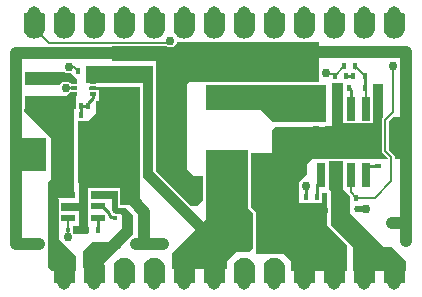
<source format=gbr>
G04 EAGLE Gerber RS-274X export*
G75*
%MOMM*%
%FSLAX34Y34*%
%LPD*%
%INTop Copper*%
%IPPOS*%
%AMOC8*
5,1,8,0,0,1.08239X$1,22.5*%
G01*
%ADD10R,0.800000X2.000000*%
%ADD11R,3.500000X2.600000*%
%ADD12R,2.540000X2.540000*%
%ADD13R,3.400000X1.850000*%
%ADD14R,0.609600X0.457200*%
%ADD15R,0.457200X0.609600*%
%ADD16R,1.041400X0.711200*%
%ADD17R,3.000000X1.000000*%
%ADD18R,0.475000X0.300000*%
%ADD19R,0.711200X1.041400*%
%ADD20R,0.450000X0.600000*%
%ADD21R,0.550000X0.450000*%
%ADD22R,0.450000X0.550000*%
%ADD23R,0.850000X1.300000*%
%ADD24R,1.100000X1.650000*%
%ADD25R,1.270000X0.508000*%
%ADD26R,0.400000X0.450000*%
%ADD27R,0.450000X0.400000*%
%ADD28R,0.370000X0.450000*%
%ADD29C,1.778000*%
%ADD30C,1.143000*%
%ADD31C,0.152400*%
%ADD32C,0.304800*%
%ADD33C,0.812800*%
%ADD34C,0.406400*%
%ADD35C,0.508000*%
%ADD36C,1.016000*%
%ADD37C,0.254000*%
%ADD38C,0.756400*%
%ADD39C,0.762000*%

G36*
X261738Y16D02*
X261738Y16D01*
X261857Y23D01*
X261895Y36D01*
X261936Y41D01*
X262046Y84D01*
X262159Y121D01*
X262194Y143D01*
X262231Y158D01*
X262327Y228D01*
X262428Y291D01*
X262456Y321D01*
X262489Y344D01*
X262565Y436D01*
X262646Y523D01*
X262666Y558D01*
X262691Y589D01*
X262742Y697D01*
X262800Y801D01*
X262810Y841D01*
X262827Y877D01*
X262849Y994D01*
X262879Y1109D01*
X262883Y1170D01*
X262887Y1190D01*
X262885Y1210D01*
X262889Y1270D01*
X262889Y10211D01*
X270511Y10211D01*
X270511Y1270D01*
X270526Y1152D01*
X270533Y1033D01*
X270546Y995D01*
X270551Y954D01*
X270594Y844D01*
X270631Y731D01*
X270653Y696D01*
X270668Y659D01*
X270738Y563D01*
X270801Y462D01*
X270831Y434D01*
X270854Y401D01*
X270946Y326D01*
X271033Y244D01*
X271068Y224D01*
X271099Y199D01*
X271207Y148D01*
X271311Y90D01*
X271351Y80D01*
X271387Y63D01*
X271504Y41D01*
X271619Y11D01*
X271680Y7D01*
X271700Y3D01*
X271720Y5D01*
X271780Y1D01*
X287020Y1D01*
X287138Y16D01*
X287257Y23D01*
X287295Y36D01*
X287336Y41D01*
X287446Y84D01*
X287559Y121D01*
X287594Y143D01*
X287631Y158D01*
X287727Y228D01*
X287828Y291D01*
X287856Y321D01*
X287889Y344D01*
X287965Y436D01*
X288046Y523D01*
X288066Y558D01*
X288091Y589D01*
X288142Y697D01*
X288200Y801D01*
X288210Y841D01*
X288227Y877D01*
X288249Y994D01*
X288279Y1109D01*
X288283Y1170D01*
X288287Y1190D01*
X288285Y1210D01*
X288289Y1270D01*
X288289Y10211D01*
X290000Y10211D01*
X290047Y10247D01*
X290042Y10254D01*
X290049Y10260D01*
X290049Y32000D01*
X290033Y32021D01*
X290035Y32035D01*
X273319Y48750D01*
X273319Y76570D01*
X273283Y76617D01*
X273276Y76612D01*
X273270Y76619D01*
X268446Y76619D01*
X268435Y76611D01*
X268422Y76613D01*
X268420Y76600D01*
X268399Y76583D01*
X268415Y76562D01*
X268411Y76535D01*
X268745Y76202D01*
X268745Y68938D01*
X267852Y68045D01*
X267696Y68045D01*
X267675Y68029D01*
X267661Y68031D01*
X267250Y67619D01*
X249319Y67619D01*
X249319Y85550D01*
X256305Y92535D01*
X256309Y92562D01*
X256319Y92570D01*
X256319Y100550D01*
X261290Y105521D01*
X324748Y105521D01*
X324759Y105529D01*
X324772Y105527D01*
X324774Y105540D01*
X324795Y105557D01*
X324779Y105578D01*
X324783Y105605D01*
X321437Y108951D01*
X319785Y110602D01*
X319785Y139588D01*
X320305Y140107D01*
X320733Y140535D01*
X320735Y140549D01*
X320745Y140557D01*
X320737Y140567D01*
X320741Y140594D01*
X320714Y140598D01*
X320698Y140619D01*
X320319Y140619D01*
X320319Y168570D01*
X320283Y168617D01*
X320276Y168612D01*
X320270Y168619D01*
X312270Y168619D01*
X312223Y168583D01*
X312224Y168582D01*
X312223Y168581D01*
X312227Y168575D01*
X312221Y168570D01*
X312221Y135619D01*
X286319Y135619D01*
X286319Y169570D01*
X286283Y169617D01*
X286276Y169612D01*
X286270Y169619D01*
X277270Y169619D01*
X277223Y169583D01*
X277228Y169576D01*
X277221Y169570D01*
X277221Y133590D01*
X276250Y132619D01*
X229270Y132619D01*
X229249Y132603D01*
X229235Y132605D01*
X226235Y129605D01*
X226232Y129578D01*
X226221Y129570D01*
X226221Y110619D01*
X209270Y110619D01*
X209223Y110583D01*
X209228Y110576D01*
X209221Y110570D01*
X209221Y64570D01*
X209234Y64552D01*
X209237Y64545D01*
X209235Y64535D01*
X213221Y60550D01*
X213221Y24500D01*
X213257Y24453D01*
X213264Y24458D01*
X213270Y24451D01*
X236480Y24451D01*
X242951Y17980D01*
X242951Y10260D01*
X242987Y10213D01*
X242994Y10218D01*
X243000Y10211D01*
X245111Y10211D01*
X245111Y1270D01*
X245126Y1152D01*
X245133Y1033D01*
X245146Y995D01*
X245151Y954D01*
X245194Y844D01*
X245231Y731D01*
X245253Y696D01*
X245268Y659D01*
X245338Y563D01*
X245401Y462D01*
X245431Y434D01*
X245454Y401D01*
X245546Y326D01*
X245633Y244D01*
X245668Y224D01*
X245699Y199D01*
X245807Y148D01*
X245911Y90D01*
X245951Y80D01*
X245987Y63D01*
X246104Y41D01*
X246219Y11D01*
X246280Y7D01*
X246300Y3D01*
X246320Y5D01*
X246380Y1D01*
X261620Y1D01*
X261738Y16D01*
G37*
G36*
X163328Y65338D02*
X163328Y65338D01*
X163386Y65350D01*
X163398Y65358D01*
X163404Y65360D01*
X163411Y65368D01*
X163446Y65394D01*
X168446Y70394D01*
X168471Y70438D01*
X168481Y70450D01*
X168482Y70457D01*
X168508Y70497D01*
X168510Y70511D01*
X168513Y70516D01*
X168513Y70527D01*
X168519Y70570D01*
X168519Y90570D01*
X168514Y90586D01*
X168517Y90603D01*
X168495Y90653D01*
X168480Y90704D01*
X168467Y90715D01*
X168460Y90731D01*
X168415Y90761D01*
X168375Y90796D01*
X168358Y90799D01*
X168344Y90808D01*
X168270Y90819D01*
X160373Y90819D01*
X154519Y96673D01*
X154519Y168467D01*
X156373Y170321D01*
X266270Y170321D01*
X266286Y170326D01*
X266303Y170323D01*
X266353Y170345D01*
X266404Y170360D01*
X266415Y170373D01*
X266431Y170380D01*
X266461Y170425D01*
X266496Y170465D01*
X266499Y170482D01*
X266508Y170497D01*
X266519Y170570D01*
X266519Y204000D01*
X266514Y204016D01*
X266517Y204033D01*
X266495Y204083D01*
X266480Y204134D01*
X266467Y204145D01*
X266460Y204161D01*
X266415Y204191D01*
X266375Y204226D01*
X266358Y204229D01*
X266344Y204238D01*
X266270Y204249D01*
X146013Y204249D01*
X145996Y204244D01*
X145979Y204247D01*
X145930Y204225D01*
X145879Y204210D01*
X145867Y204197D01*
X145852Y204190D01*
X145822Y204145D01*
X145787Y204105D01*
X145784Y204088D01*
X145775Y204074D01*
X145764Y204000D01*
X145764Y203029D01*
X142655Y199920D01*
X138259Y199920D01*
X137847Y200332D01*
X137794Y200361D01*
X137744Y200394D01*
X137730Y200396D01*
X137724Y200399D01*
X137714Y200399D01*
X137671Y200405D01*
X91000Y200405D01*
X90984Y200400D01*
X90967Y200403D01*
X90917Y200381D01*
X90866Y200366D01*
X90855Y200353D01*
X90839Y200346D01*
X90809Y200301D01*
X90774Y200261D01*
X90771Y200244D01*
X90762Y200230D01*
X90751Y200156D01*
X90751Y187920D01*
X90756Y187904D01*
X90753Y187887D01*
X90775Y187837D01*
X90790Y187786D01*
X90803Y187775D01*
X90810Y187759D01*
X90855Y187729D01*
X90895Y187694D01*
X90912Y187691D01*
X90927Y187682D01*
X91000Y187671D01*
X128751Y187671D01*
X128751Y94023D01*
X128768Y93966D01*
X128780Y93907D01*
X128788Y93895D01*
X128790Y93889D01*
X128798Y93882D01*
X128824Y93847D01*
X157277Y65394D01*
X157330Y65365D01*
X157380Y65332D01*
X157394Y65330D01*
X157400Y65327D01*
X157410Y65327D01*
X157453Y65321D01*
X163270Y65321D01*
X163328Y65338D01*
G37*
G36*
X160138Y16D02*
X160138Y16D01*
X160257Y23D01*
X160295Y36D01*
X160336Y41D01*
X160446Y84D01*
X160559Y121D01*
X160594Y143D01*
X160631Y158D01*
X160727Y228D01*
X160828Y291D01*
X160856Y321D01*
X160889Y344D01*
X160965Y436D01*
X161046Y523D01*
X161066Y558D01*
X161091Y589D01*
X161142Y697D01*
X161200Y801D01*
X161210Y841D01*
X161227Y877D01*
X161249Y994D01*
X161279Y1109D01*
X161283Y1170D01*
X161287Y1190D01*
X161285Y1210D01*
X161289Y1270D01*
X161289Y11751D01*
X168911Y11751D01*
X168911Y1270D01*
X168926Y1152D01*
X168933Y1033D01*
X168946Y995D01*
X168951Y954D01*
X168994Y844D01*
X169031Y731D01*
X169053Y696D01*
X169068Y659D01*
X169138Y563D01*
X169201Y462D01*
X169231Y434D01*
X169254Y401D01*
X169346Y326D01*
X169433Y244D01*
X169468Y224D01*
X169499Y199D01*
X169607Y148D01*
X169711Y90D01*
X169751Y80D01*
X169787Y63D01*
X169904Y41D01*
X170019Y11D01*
X170080Y7D01*
X170100Y3D01*
X170120Y5D01*
X170180Y1D01*
X185420Y1D01*
X185538Y16D01*
X185657Y23D01*
X185695Y36D01*
X185736Y41D01*
X185846Y84D01*
X185959Y121D01*
X185994Y143D01*
X186031Y158D01*
X186127Y228D01*
X186228Y291D01*
X186256Y321D01*
X186289Y344D01*
X186365Y436D01*
X186446Y523D01*
X186466Y558D01*
X186491Y589D01*
X186542Y697D01*
X186600Y801D01*
X186610Y841D01*
X186627Y877D01*
X186649Y994D01*
X186679Y1109D01*
X186683Y1170D01*
X186687Y1190D01*
X186685Y1210D01*
X186689Y1270D01*
X186689Y11751D01*
X188000Y11751D01*
X188016Y11756D01*
X188033Y11753D01*
X188083Y11775D01*
X188134Y11790D01*
X188145Y11803D01*
X188161Y11810D01*
X188191Y11855D01*
X188226Y11895D01*
X188229Y11912D01*
X188238Y11927D01*
X188249Y12000D01*
X188249Y18897D01*
X196103Y26751D01*
X208000Y26751D01*
X208058Y26768D01*
X208116Y26780D01*
X208128Y26788D01*
X208134Y26790D01*
X208141Y26798D01*
X208176Y26824D01*
X210446Y29094D01*
X210475Y29146D01*
X210508Y29197D01*
X210510Y29211D01*
X210513Y29216D01*
X210513Y29227D01*
X210519Y29270D01*
X210519Y59570D01*
X210502Y59628D01*
X210490Y59686D01*
X210482Y59698D01*
X210480Y59704D01*
X210472Y59711D01*
X210446Y59746D01*
X206519Y63673D01*
X206519Y112570D01*
X206514Y112586D01*
X206517Y112603D01*
X206495Y112653D01*
X206480Y112704D01*
X206467Y112715D01*
X206460Y112731D01*
X206415Y112761D01*
X206375Y112796D01*
X206358Y112799D01*
X206344Y112808D01*
X206270Y112819D01*
X171270Y112819D01*
X171254Y112814D01*
X171237Y112817D01*
X171187Y112795D01*
X171136Y112780D01*
X171125Y112767D01*
X171109Y112760D01*
X171079Y112715D01*
X171044Y112675D01*
X171041Y112658D01*
X171032Y112644D01*
X171021Y112570D01*
X171021Y54673D01*
X166270Y49923D01*
X126249Y89943D01*
X126249Y183920D01*
X126244Y183936D01*
X126247Y183953D01*
X126225Y184003D01*
X126210Y184054D01*
X126197Y184065D01*
X126190Y184081D01*
X126145Y184111D01*
X126105Y184146D01*
X126088Y184149D01*
X126074Y184158D01*
X126000Y184169D01*
X69000Y184169D01*
X68984Y184164D01*
X68967Y184167D01*
X68917Y184145D01*
X68866Y184130D01*
X68855Y184117D01*
X68839Y184110D01*
X68809Y184065D01*
X68774Y184025D01*
X68771Y184008D01*
X68762Y183994D01*
X68751Y183920D01*
X68751Y169650D01*
X68756Y169634D01*
X68753Y169617D01*
X68775Y169567D01*
X68790Y169516D01*
X68803Y169505D01*
X68810Y169489D01*
X68855Y169459D01*
X68895Y169424D01*
X68912Y169421D01*
X68927Y169412D01*
X69000Y169401D01*
X117751Y169401D01*
X117751Y89000D01*
X117768Y88942D01*
X117780Y88884D01*
X117788Y88872D01*
X117790Y88866D01*
X117798Y88859D01*
X117824Y88824D01*
X161498Y45150D01*
X141824Y25476D01*
X141795Y25424D01*
X141762Y25374D01*
X141760Y25359D01*
X141757Y25354D01*
X141757Y25343D01*
X141751Y25300D01*
X141751Y12000D01*
X141756Y11984D01*
X141753Y11967D01*
X141775Y11917D01*
X141790Y11866D01*
X141803Y11855D01*
X141810Y11839D01*
X141855Y11809D01*
X141895Y11774D01*
X141912Y11771D01*
X141927Y11762D01*
X142000Y11751D01*
X143511Y11751D01*
X143511Y1270D01*
X143526Y1152D01*
X143533Y1033D01*
X143546Y995D01*
X143551Y954D01*
X143594Y844D01*
X143631Y731D01*
X143653Y696D01*
X143668Y659D01*
X143738Y563D01*
X143801Y462D01*
X143831Y434D01*
X143854Y401D01*
X143946Y326D01*
X144033Y244D01*
X144068Y224D01*
X144099Y199D01*
X144207Y148D01*
X144311Y90D01*
X144351Y80D01*
X144387Y63D01*
X144504Y41D01*
X144619Y11D01*
X144680Y7D01*
X144700Y3D01*
X144720Y5D01*
X144780Y1D01*
X160020Y1D01*
X160138Y16D01*
G37*
G36*
X71047Y41987D02*
X71047Y41987D01*
X71042Y41994D01*
X71049Y42000D01*
X71049Y80427D01*
X97951Y80427D01*
X97951Y66000D01*
X97987Y65953D01*
X97994Y65958D01*
X98000Y65951D01*
X115000Y65951D01*
X115047Y65987D01*
X115042Y65994D01*
X115049Y66000D01*
X115049Y166300D01*
X115013Y166347D01*
X115006Y166342D01*
X115000Y166349D01*
X72000Y166349D01*
X71953Y166313D01*
X71958Y166306D01*
X71951Y166300D01*
X71951Y163300D01*
X71987Y163253D01*
X71994Y163258D01*
X72000Y163251D01*
X72279Y163251D01*
X72301Y163267D01*
X72314Y163265D01*
X72373Y163325D01*
X73714Y163325D01*
X73735Y163341D01*
X73748Y163339D01*
X74012Y163603D01*
X76748Y163603D01*
X77012Y163339D01*
X77038Y163335D01*
X77046Y163325D01*
X78387Y163325D01*
X78446Y163265D01*
X78473Y163262D01*
X78481Y163251D01*
X79951Y163251D01*
X79951Y154349D01*
X78000Y154349D01*
X77953Y154313D01*
X77958Y154306D01*
X77951Y154300D01*
X77951Y144320D01*
X70980Y137349D01*
X62000Y137349D01*
X61953Y137313D01*
X61958Y137306D01*
X61951Y137300D01*
X61951Y86000D01*
X61967Y85979D01*
X61965Y85965D01*
X62951Y84980D01*
X62951Y68049D01*
X48000Y68049D01*
X47953Y68013D01*
X47958Y68006D01*
X47951Y68000D01*
X47951Y61000D01*
X47987Y60953D01*
X47994Y60958D01*
X48000Y60951D01*
X62951Y60951D01*
X62951Y48049D01*
X58000Y48049D01*
X57953Y48013D01*
X57958Y48006D01*
X57951Y48000D01*
X57951Y42574D01*
X57967Y42553D01*
X57965Y42540D01*
X58540Y41965D01*
X58566Y41962D01*
X58574Y41951D01*
X71000Y41951D01*
X71047Y41987D01*
G37*
G36*
X58538Y16D02*
X58538Y16D01*
X58657Y23D01*
X58695Y36D01*
X58736Y41D01*
X58846Y84D01*
X58959Y121D01*
X58994Y143D01*
X59031Y158D01*
X59127Y228D01*
X59228Y291D01*
X59256Y321D01*
X59289Y344D01*
X59365Y436D01*
X59446Y523D01*
X59466Y558D01*
X59491Y589D01*
X59542Y697D01*
X59600Y801D01*
X59610Y841D01*
X59627Y877D01*
X59649Y994D01*
X59679Y1109D01*
X59683Y1170D01*
X59687Y1190D01*
X59685Y1210D01*
X59689Y1270D01*
X59689Y10211D01*
X60000Y10211D01*
X60020Y10214D01*
X60039Y10212D01*
X60141Y10234D01*
X60243Y10250D01*
X60260Y10260D01*
X60280Y10264D01*
X60369Y10317D01*
X60460Y10366D01*
X60474Y10380D01*
X60491Y10390D01*
X60558Y10469D01*
X60629Y10544D01*
X60638Y10562D01*
X60651Y10577D01*
X60690Y10673D01*
X60733Y10767D01*
X60735Y10787D01*
X60743Y10805D01*
X60761Y10972D01*
X60761Y22000D01*
X60747Y22090D01*
X60739Y22181D01*
X60727Y22211D01*
X60722Y22243D01*
X60679Y22323D01*
X60643Y22407D01*
X60617Y22439D01*
X60606Y22460D01*
X60583Y22482D01*
X60538Y22538D01*
X46031Y37045D01*
X46031Y70730D01*
X46017Y70820D01*
X46009Y70911D01*
X45997Y70941D01*
X45992Y70973D01*
X45949Y71053D01*
X45913Y71137D01*
X45887Y71169D01*
X45876Y71190D01*
X45853Y71212D01*
X45808Y71268D01*
X45326Y71751D01*
X59000Y71751D01*
X59016Y71756D01*
X59033Y71753D01*
X59083Y71775D01*
X59134Y71790D01*
X59145Y71803D01*
X59161Y71810D01*
X59191Y71855D01*
X59226Y71895D01*
X59229Y71912D01*
X59238Y71927D01*
X59249Y72000D01*
X59249Y147051D01*
X60000Y147051D01*
X60016Y147056D01*
X60033Y147053D01*
X60083Y147075D01*
X60134Y147090D01*
X60145Y147103D01*
X60161Y147110D01*
X60191Y147155D01*
X60226Y147195D01*
X60229Y147212D01*
X60238Y147227D01*
X60249Y147300D01*
X60249Y161300D01*
X60244Y161316D01*
X60247Y161333D01*
X60225Y161383D01*
X60210Y161434D01*
X60197Y161445D01*
X60190Y161461D01*
X60145Y161491D01*
X60105Y161526D01*
X60088Y161529D01*
X60074Y161538D01*
X60000Y161549D01*
X56099Y161549D01*
X56041Y161532D01*
X55982Y161520D01*
X55971Y161512D01*
X55964Y161510D01*
X55957Y161502D01*
X55922Y161476D01*
X54437Y159991D01*
X54386Y159976D01*
X54328Y159964D01*
X54316Y159956D01*
X54310Y159954D01*
X54303Y159946D01*
X54268Y159920D01*
X52897Y158549D01*
X17540Y158549D01*
X17524Y158544D01*
X17507Y158547D01*
X17457Y158525D01*
X17406Y158510D01*
X17395Y158497D01*
X17379Y158490D01*
X17349Y158445D01*
X17314Y158405D01*
X17311Y158388D01*
X17302Y158374D01*
X17291Y158300D01*
X17291Y147549D01*
X17268Y147549D01*
X17252Y147544D01*
X17235Y147547D01*
X17185Y147525D01*
X17134Y147510D01*
X17123Y147497D01*
X17107Y147490D01*
X17077Y147445D01*
X17042Y147405D01*
X17039Y147388D01*
X17030Y147374D01*
X17019Y147300D01*
X17019Y145032D01*
X17025Y145011D01*
X17023Y144997D01*
X17038Y144963D01*
X17048Y144916D01*
X17056Y144904D01*
X17058Y144898D01*
X17066Y144891D01*
X17076Y144877D01*
X17080Y144869D01*
X17084Y144866D01*
X17092Y144856D01*
X39751Y122197D01*
X39751Y87715D01*
X39720Y87708D01*
X39659Y87671D01*
X39593Y87643D01*
X39537Y87598D01*
X39509Y87582D01*
X39494Y87564D01*
X39462Y87538D01*
X37162Y85238D01*
X37109Y85164D01*
X37049Y85095D01*
X37037Y85065D01*
X37018Y85039D01*
X36991Y84952D01*
X36957Y84867D01*
X36953Y84826D01*
X36946Y84803D01*
X36947Y84771D01*
X36939Y84700D01*
X36939Y14300D01*
X36954Y14210D01*
X36961Y14119D01*
X36973Y14089D01*
X36979Y14057D01*
X37021Y13977D01*
X37057Y13893D01*
X37083Y13861D01*
X37094Y13840D01*
X37117Y13818D01*
X37162Y13762D01*
X40490Y10434D01*
X40564Y10381D01*
X40633Y10321D01*
X40663Y10309D01*
X40689Y10290D01*
X40776Y10263D01*
X40861Y10229D01*
X40902Y10225D01*
X40925Y10218D01*
X40957Y10219D01*
X41028Y10211D01*
X41911Y10211D01*
X41911Y1270D01*
X41926Y1152D01*
X41933Y1033D01*
X41946Y995D01*
X41951Y954D01*
X41994Y844D01*
X42031Y731D01*
X42053Y696D01*
X42068Y659D01*
X42138Y563D01*
X42201Y462D01*
X42231Y434D01*
X42254Y401D01*
X42346Y326D01*
X42433Y244D01*
X42468Y224D01*
X42499Y199D01*
X42607Y148D01*
X42711Y90D01*
X42751Y80D01*
X42787Y63D01*
X42904Y41D01*
X43019Y11D01*
X43080Y7D01*
X43100Y3D01*
X43120Y5D01*
X43180Y1D01*
X58420Y1D01*
X58538Y16D01*
G37*
G36*
X272286Y136326D02*
X272286Y136326D01*
X272303Y136323D01*
X272353Y136345D01*
X272404Y136360D01*
X272415Y136373D01*
X272431Y136380D01*
X272461Y136425D01*
X272496Y136465D01*
X272499Y136482D01*
X272508Y136497D01*
X272519Y136570D01*
X272519Y167570D01*
X272514Y167586D01*
X272517Y167603D01*
X272495Y167653D01*
X272480Y167704D01*
X272467Y167715D01*
X272460Y167731D01*
X272415Y167761D01*
X272375Y167796D01*
X272358Y167799D01*
X272344Y167808D01*
X272270Y167819D01*
X171270Y167819D01*
X171254Y167814D01*
X171237Y167817D01*
X171187Y167795D01*
X171136Y167780D01*
X171125Y167767D01*
X171109Y167760D01*
X171079Y167715D01*
X171044Y167675D01*
X171041Y167658D01*
X171032Y167644D01*
X171021Y167570D01*
X171021Y146570D01*
X171026Y146554D01*
X171023Y146537D01*
X171045Y146487D01*
X171060Y146436D01*
X171073Y146425D01*
X171080Y146409D01*
X171125Y146379D01*
X171165Y146344D01*
X171182Y146341D01*
X171197Y146332D01*
X171270Y146321D01*
X217167Y146321D01*
X218794Y144694D01*
X218846Y144665D01*
X218897Y144632D01*
X218911Y144630D01*
X218916Y144627D01*
X218927Y144627D01*
X218970Y144621D01*
X219291Y144621D01*
X219321Y144591D01*
X219321Y144270D01*
X219338Y144212D01*
X219350Y144154D01*
X219358Y144142D01*
X219360Y144136D01*
X219368Y144129D01*
X219394Y144094D01*
X227094Y136394D01*
X227146Y136365D01*
X227197Y136332D01*
X227211Y136330D01*
X227216Y136327D01*
X227227Y136327D01*
X227270Y136321D01*
X272270Y136321D01*
X272286Y136326D01*
G37*
G36*
X312538Y16D02*
X312538Y16D01*
X312657Y23D01*
X312695Y36D01*
X312736Y41D01*
X312846Y84D01*
X312959Y121D01*
X312994Y143D01*
X313031Y158D01*
X313127Y228D01*
X313228Y291D01*
X313256Y321D01*
X313289Y344D01*
X313365Y436D01*
X313446Y523D01*
X313466Y558D01*
X313491Y589D01*
X313542Y697D01*
X313600Y801D01*
X313610Y841D01*
X313627Y877D01*
X313649Y994D01*
X313679Y1109D01*
X313683Y1170D01*
X313687Y1190D01*
X313685Y1210D01*
X313689Y1270D01*
X313689Y10211D01*
X321311Y10211D01*
X321311Y1270D01*
X321326Y1152D01*
X321333Y1033D01*
X321346Y995D01*
X321351Y954D01*
X321394Y844D01*
X321431Y731D01*
X321453Y696D01*
X321468Y659D01*
X321538Y563D01*
X321601Y462D01*
X321631Y434D01*
X321654Y401D01*
X321746Y326D01*
X321833Y244D01*
X321868Y224D01*
X321899Y199D01*
X322007Y148D01*
X322111Y90D01*
X322151Y80D01*
X322187Y63D01*
X322304Y41D01*
X322419Y11D01*
X322480Y7D01*
X322500Y3D01*
X322520Y5D01*
X322580Y1D01*
X337820Y1D01*
X337938Y16D01*
X338057Y23D01*
X338095Y36D01*
X338136Y41D01*
X338246Y84D01*
X338359Y121D01*
X338394Y143D01*
X338431Y158D01*
X338527Y228D01*
X338628Y291D01*
X338656Y321D01*
X338689Y344D01*
X338765Y436D01*
X338846Y523D01*
X338866Y558D01*
X338891Y589D01*
X338942Y697D01*
X339000Y801D01*
X339010Y841D01*
X339027Y877D01*
X339049Y994D01*
X339079Y1109D01*
X339083Y1170D01*
X339087Y1190D01*
X339085Y1210D01*
X339089Y1270D01*
X339089Y10211D01*
X339663Y10211D01*
X339665Y10212D01*
X339667Y10211D01*
X339710Y10231D01*
X339754Y10249D01*
X339754Y10251D01*
X339756Y10252D01*
X339789Y10337D01*
X339789Y18985D01*
X339788Y18988D01*
X339789Y18991D01*
X339752Y19074D01*
X328003Y30823D01*
X328000Y30825D01*
X327999Y30827D01*
X327914Y30860D01*
X321108Y30860D01*
X292988Y58980D01*
X292988Y73152D01*
X292987Y73155D01*
X292988Y73158D01*
X292951Y73241D01*
X286384Y79808D01*
X286384Y103124D01*
X286383Y103126D01*
X286384Y103128D01*
X286364Y103171D01*
X286346Y103215D01*
X286344Y103215D01*
X286343Y103217D01*
X286258Y103250D01*
X275336Y103250D01*
X275334Y103249D01*
X275332Y103250D01*
X275289Y103230D01*
X275245Y103212D01*
X275245Y103210D01*
X275243Y103209D01*
X275210Y103124D01*
X275210Y80010D01*
X275211Y80007D01*
X275210Y80004D01*
X275247Y79921D01*
X276988Y78180D01*
X276988Y48514D01*
X276989Y48511D01*
X276988Y48508D01*
X277025Y48425D01*
X295276Y30174D01*
X295276Y10337D01*
X295277Y10335D01*
X295276Y10333D01*
X295296Y10290D01*
X295314Y10246D01*
X295316Y10246D01*
X295317Y10244D01*
X295402Y10211D01*
X295911Y10211D01*
X295911Y1270D01*
X295926Y1152D01*
X295933Y1033D01*
X295946Y995D01*
X295951Y954D01*
X295994Y844D01*
X296031Y731D01*
X296053Y696D01*
X296068Y659D01*
X296138Y563D01*
X296201Y462D01*
X296231Y434D01*
X296254Y401D01*
X296346Y326D01*
X296433Y244D01*
X296468Y224D01*
X296499Y199D01*
X296607Y148D01*
X296711Y90D01*
X296751Y80D01*
X296787Y63D01*
X296904Y41D01*
X297019Y11D01*
X297080Y7D01*
X297100Y3D01*
X297120Y5D01*
X297180Y1D01*
X312420Y1D01*
X312538Y16D01*
G37*
G36*
X83938Y16D02*
X83938Y16D01*
X84057Y23D01*
X84095Y36D01*
X84136Y41D01*
X84246Y84D01*
X84359Y121D01*
X84394Y143D01*
X84431Y158D01*
X84527Y228D01*
X84628Y291D01*
X84656Y321D01*
X84689Y344D01*
X84765Y436D01*
X84846Y523D01*
X84866Y558D01*
X84891Y589D01*
X84942Y697D01*
X85000Y801D01*
X85010Y841D01*
X85027Y877D01*
X85049Y994D01*
X85079Y1109D01*
X85083Y1170D01*
X85087Y1190D01*
X85085Y1210D01*
X85089Y1270D01*
X85089Y12700D01*
X85087Y12720D01*
X85083Y12824D01*
X84937Y14311D01*
X84927Y14354D01*
X84925Y14398D01*
X84888Y14555D01*
X84455Y15985D01*
X84437Y16025D01*
X84426Y16068D01*
X84359Y16214D01*
X84159Y16589D01*
X109035Y41465D01*
X109039Y41492D01*
X109049Y41500D01*
X109049Y58000D01*
X109033Y58021D01*
X109035Y58035D01*
X103035Y64035D01*
X103008Y64039D01*
X103000Y64049D01*
X96049Y64049D01*
X96049Y78000D01*
X96013Y78047D01*
X96006Y78042D01*
X96000Y78049D01*
X73000Y78049D01*
X72953Y78013D01*
X72958Y78006D01*
X72951Y78000D01*
X72951Y71000D01*
X72987Y70953D01*
X72994Y70958D01*
X73000Y70951D01*
X90951Y70951D01*
X90951Y61757D01*
X90967Y61735D01*
X90965Y61722D01*
X92259Y60428D01*
X92259Y59608D01*
X92295Y59561D01*
X92302Y59566D01*
X92308Y59559D01*
X94062Y59559D01*
X94656Y58965D01*
X94682Y58962D01*
X94690Y58951D01*
X98480Y58951D01*
X99451Y57980D01*
X99451Y47020D01*
X87480Y35049D01*
X74500Y35049D01*
X74479Y35033D01*
X74465Y35035D01*
X66965Y27535D01*
X66962Y27508D01*
X66951Y27500D01*
X66951Y13000D01*
X66987Y12953D01*
X66994Y12958D01*
X67000Y12951D01*
X67329Y12951D01*
X67317Y12824D01*
X67317Y12805D01*
X67317Y12790D01*
X67313Y12774D01*
X67314Y12757D01*
X67311Y12700D01*
X67311Y1270D01*
X67326Y1152D01*
X67333Y1033D01*
X67346Y995D01*
X67351Y954D01*
X67394Y844D01*
X67431Y731D01*
X67453Y696D01*
X67468Y659D01*
X67538Y563D01*
X67601Y462D01*
X67631Y434D01*
X67654Y401D01*
X67746Y326D01*
X67833Y244D01*
X67868Y224D01*
X67899Y199D01*
X68007Y148D01*
X68111Y90D01*
X68151Y80D01*
X68187Y63D01*
X68304Y41D01*
X68419Y11D01*
X68480Y7D01*
X68500Y3D01*
X68520Y5D01*
X68580Y1D01*
X83820Y1D01*
X83938Y16D01*
G37*
G36*
X35562Y95125D02*
X35562Y95125D01*
X35564Y95124D01*
X35607Y95144D01*
X35651Y95162D01*
X35651Y95164D01*
X35653Y95165D01*
X35686Y95250D01*
X35686Y123190D01*
X35685Y123192D01*
X35686Y123194D01*
X35666Y123237D01*
X35648Y123281D01*
X35646Y123281D01*
X35645Y123283D01*
X35560Y123316D01*
X11430Y123316D01*
X11428Y123315D01*
X11426Y123316D01*
X11383Y123296D01*
X11339Y123278D01*
X11339Y123276D01*
X11337Y123275D01*
X11304Y123190D01*
X11304Y95250D01*
X11305Y95248D01*
X11304Y95246D01*
X11324Y95203D01*
X11342Y95159D01*
X11344Y95159D01*
X11345Y95157D01*
X11430Y95124D01*
X35560Y95124D01*
X35562Y95125D01*
G37*
G36*
X47058Y168068D02*
X47058Y168068D01*
X47116Y168080D01*
X47128Y168088D01*
X47134Y168090D01*
X47141Y168098D01*
X47176Y168124D01*
X49103Y170051D01*
X49384Y170051D01*
X49442Y170068D01*
X49500Y170080D01*
X49512Y170088D01*
X49518Y170090D01*
X49525Y170098D01*
X49560Y170124D01*
X50043Y170607D01*
X54439Y170607D01*
X55922Y169124D01*
X55975Y169095D01*
X56025Y169062D01*
X56039Y169060D01*
X56045Y169057D01*
X56055Y169057D01*
X56099Y169051D01*
X61000Y169051D01*
X61016Y169056D01*
X61033Y169053D01*
X61083Y169075D01*
X61134Y169090D01*
X61145Y169103D01*
X61161Y169110D01*
X61191Y169155D01*
X61226Y169195D01*
X61229Y169212D01*
X61238Y169227D01*
X61249Y169300D01*
X61249Y172300D01*
X61246Y172312D01*
X61247Y172321D01*
X61235Y172348D01*
X61232Y172358D01*
X61220Y172416D01*
X61212Y172428D01*
X61210Y172434D01*
X61202Y172441D01*
X61176Y172476D01*
X56152Y177500D01*
X56100Y177529D01*
X56049Y177562D01*
X56035Y177564D01*
X56030Y177567D01*
X56019Y177567D01*
X55976Y177573D01*
X52412Y177573D01*
X51525Y178460D01*
X51472Y178489D01*
X51422Y178522D01*
X51408Y178524D01*
X51402Y178527D01*
X51392Y178527D01*
X51349Y178533D01*
X17540Y178533D01*
X17524Y178528D01*
X17507Y178531D01*
X17457Y178509D01*
X17406Y178494D01*
X17395Y178481D01*
X17379Y178474D01*
X17349Y178429D01*
X17314Y178389D01*
X17311Y178372D01*
X17302Y178358D01*
X17291Y178284D01*
X17291Y168300D01*
X17296Y168284D01*
X17293Y168267D01*
X17315Y168217D01*
X17330Y168166D01*
X17343Y168155D01*
X17350Y168139D01*
X17395Y168109D01*
X17435Y168074D01*
X17452Y168071D01*
X17467Y168062D01*
X17540Y168051D01*
X47000Y168051D01*
X47058Y168068D01*
G37*
G36*
X338017Y105557D02*
X338017Y105557D01*
X338012Y105564D01*
X338019Y105570D01*
X338019Y140570D01*
X337983Y140617D01*
X337976Y140612D01*
X337970Y140619D01*
X328742Y140619D01*
X328721Y140603D01*
X328707Y140605D01*
X325389Y137287D01*
X325385Y137260D01*
X325375Y137252D01*
X325375Y112938D01*
X325391Y112917D01*
X325389Y112903D01*
X330455Y107838D01*
X330455Y105570D01*
X330491Y105523D01*
X330498Y105528D01*
X330504Y105521D01*
X337970Y105521D01*
X338017Y105557D01*
G37*
G36*
X109338Y16D02*
X109338Y16D01*
X109457Y23D01*
X109495Y36D01*
X109536Y41D01*
X109646Y84D01*
X109759Y121D01*
X109794Y143D01*
X109831Y158D01*
X109927Y228D01*
X110028Y291D01*
X110056Y321D01*
X110089Y344D01*
X110165Y436D01*
X110246Y523D01*
X110266Y558D01*
X110291Y589D01*
X110342Y697D01*
X110400Y801D01*
X110410Y841D01*
X110427Y877D01*
X110449Y994D01*
X110479Y1109D01*
X110483Y1170D01*
X110487Y1190D01*
X110485Y1210D01*
X110489Y1270D01*
X110489Y12700D01*
X110487Y12720D01*
X110483Y12824D01*
X110337Y14311D01*
X110327Y14354D01*
X110325Y14398D01*
X110288Y14555D01*
X109855Y15985D01*
X109837Y16025D01*
X109826Y16068D01*
X109759Y16214D01*
X109055Y17532D01*
X109030Y17568D01*
X109011Y17608D01*
X108917Y17739D01*
X107969Y18893D01*
X107937Y18924D01*
X107911Y18959D01*
X107793Y19069D01*
X106639Y20017D01*
X106601Y20041D01*
X106569Y20070D01*
X106432Y20155D01*
X105114Y20859D01*
X105073Y20875D01*
X105035Y20898D01*
X104885Y20955D01*
X103455Y21388D01*
X103411Y21396D01*
X103370Y21411D01*
X103211Y21437D01*
X101724Y21583D01*
X101680Y21582D01*
X101637Y21589D01*
X101476Y21583D01*
X99989Y21437D01*
X99946Y21427D01*
X99902Y21425D01*
X99745Y21388D01*
X98316Y20955D01*
X98275Y20937D01*
X98232Y20926D01*
X98086Y20859D01*
X96768Y20155D01*
X96765Y20153D01*
X96762Y20152D01*
X96731Y20129D01*
X96692Y20111D01*
X96561Y20017D01*
X95407Y19069D01*
X95376Y19037D01*
X95341Y19011D01*
X95231Y18893D01*
X94283Y17739D01*
X94259Y17701D01*
X94230Y17669D01*
X94145Y17532D01*
X93441Y16214D01*
X93425Y16173D01*
X93402Y16135D01*
X93345Y15985D01*
X92912Y14555D01*
X92904Y14511D01*
X92889Y14470D01*
X92863Y14311D01*
X92717Y12824D01*
X92717Y12805D01*
X92717Y12790D01*
X92713Y12774D01*
X92714Y12757D01*
X92711Y12700D01*
X92711Y1270D01*
X92726Y1152D01*
X92733Y1033D01*
X92746Y995D01*
X92751Y954D01*
X92794Y844D01*
X92831Y731D01*
X92853Y696D01*
X92868Y659D01*
X92938Y563D01*
X93001Y462D01*
X93031Y434D01*
X93054Y401D01*
X93146Y326D01*
X93233Y244D01*
X93268Y224D01*
X93299Y199D01*
X93407Y148D01*
X93511Y90D01*
X93551Y80D01*
X93587Y63D01*
X93704Y41D01*
X93819Y11D01*
X93880Y7D01*
X93900Y3D01*
X93920Y5D01*
X93980Y1D01*
X109220Y1D01*
X109338Y16D01*
G37*
G36*
X210938Y16D02*
X210938Y16D01*
X211057Y23D01*
X211095Y36D01*
X211136Y41D01*
X211246Y84D01*
X211359Y121D01*
X211394Y143D01*
X211431Y158D01*
X211527Y228D01*
X211628Y291D01*
X211656Y321D01*
X211689Y344D01*
X211765Y436D01*
X211846Y523D01*
X211866Y558D01*
X211891Y589D01*
X211942Y697D01*
X212000Y801D01*
X212010Y841D01*
X212027Y877D01*
X212049Y994D01*
X212079Y1109D01*
X212083Y1170D01*
X212087Y1190D01*
X212085Y1210D01*
X212089Y1270D01*
X212089Y12700D01*
X212087Y12720D01*
X212083Y12824D01*
X211937Y14311D01*
X211927Y14354D01*
X211925Y14398D01*
X211888Y14555D01*
X211455Y15985D01*
X211437Y16025D01*
X211426Y16068D01*
X211359Y16214D01*
X210655Y17532D01*
X210630Y17568D01*
X210611Y17608D01*
X210517Y17739D01*
X209569Y18893D01*
X209537Y18924D01*
X209511Y18959D01*
X209393Y19069D01*
X208239Y20017D01*
X208201Y20041D01*
X208169Y20070D01*
X208032Y20155D01*
X206714Y20859D01*
X206673Y20875D01*
X206635Y20898D01*
X206485Y20955D01*
X205055Y21388D01*
X205011Y21396D01*
X204970Y21411D01*
X204811Y21437D01*
X203324Y21583D01*
X203280Y21582D01*
X203237Y21589D01*
X203076Y21583D01*
X201589Y21437D01*
X201546Y21427D01*
X201502Y21425D01*
X201345Y21388D01*
X199916Y20955D01*
X199875Y20937D01*
X199832Y20926D01*
X199686Y20859D01*
X198368Y20155D01*
X198365Y20153D01*
X198362Y20152D01*
X198331Y20129D01*
X198292Y20111D01*
X198161Y20017D01*
X197007Y19069D01*
X196976Y19037D01*
X196941Y19011D01*
X196831Y18893D01*
X195883Y17739D01*
X195859Y17701D01*
X195830Y17669D01*
X195745Y17532D01*
X195041Y16214D01*
X195025Y16173D01*
X195002Y16135D01*
X194945Y15985D01*
X194512Y14555D01*
X194504Y14511D01*
X194489Y14470D01*
X194463Y14311D01*
X194317Y12824D01*
X194317Y12805D01*
X194317Y12790D01*
X194313Y12774D01*
X194314Y12757D01*
X194311Y12700D01*
X194311Y1270D01*
X194326Y1152D01*
X194333Y1033D01*
X194346Y995D01*
X194351Y954D01*
X194394Y844D01*
X194431Y731D01*
X194453Y696D01*
X194468Y659D01*
X194538Y563D01*
X194601Y462D01*
X194631Y434D01*
X194654Y401D01*
X194746Y326D01*
X194833Y244D01*
X194868Y224D01*
X194899Y199D01*
X195007Y148D01*
X195111Y90D01*
X195151Y80D01*
X195187Y63D01*
X195304Y41D01*
X195419Y11D01*
X195480Y7D01*
X195500Y3D01*
X195520Y5D01*
X195580Y1D01*
X210820Y1D01*
X210938Y16D01*
G37*
G36*
X134738Y16D02*
X134738Y16D01*
X134857Y23D01*
X134895Y36D01*
X134936Y41D01*
X135046Y84D01*
X135159Y121D01*
X135194Y143D01*
X135231Y158D01*
X135327Y228D01*
X135428Y291D01*
X135456Y321D01*
X135489Y344D01*
X135565Y436D01*
X135646Y523D01*
X135666Y558D01*
X135691Y589D01*
X135742Y697D01*
X135800Y801D01*
X135810Y841D01*
X135827Y877D01*
X135849Y994D01*
X135879Y1109D01*
X135883Y1170D01*
X135887Y1190D01*
X135885Y1210D01*
X135889Y1270D01*
X135889Y12700D01*
X135887Y12720D01*
X135883Y12824D01*
X135737Y14311D01*
X135727Y14354D01*
X135725Y14398D01*
X135688Y14555D01*
X135255Y15985D01*
X135237Y16025D01*
X135226Y16068D01*
X135159Y16214D01*
X134455Y17532D01*
X134430Y17568D01*
X134411Y17608D01*
X134317Y17739D01*
X133369Y18893D01*
X133337Y18924D01*
X133311Y18959D01*
X133193Y19069D01*
X132039Y20017D01*
X132001Y20041D01*
X131969Y20070D01*
X131832Y20155D01*
X130514Y20859D01*
X130473Y20875D01*
X130435Y20898D01*
X130285Y20955D01*
X128855Y21388D01*
X128811Y21396D01*
X128770Y21411D01*
X128611Y21437D01*
X127124Y21583D01*
X127080Y21582D01*
X127037Y21589D01*
X126876Y21583D01*
X125389Y21437D01*
X125346Y21427D01*
X125302Y21425D01*
X125145Y21388D01*
X123716Y20955D01*
X123675Y20937D01*
X123632Y20926D01*
X123486Y20859D01*
X122168Y20155D01*
X122165Y20153D01*
X122162Y20152D01*
X122131Y20129D01*
X122092Y20111D01*
X121961Y20017D01*
X120807Y19069D01*
X120776Y19037D01*
X120741Y19011D01*
X120631Y18893D01*
X119683Y17739D01*
X119659Y17701D01*
X119630Y17669D01*
X119545Y17532D01*
X118841Y16214D01*
X118825Y16173D01*
X118802Y16135D01*
X118745Y15985D01*
X118312Y14555D01*
X118304Y14511D01*
X118289Y14470D01*
X118263Y14311D01*
X118117Y12824D01*
X118117Y12805D01*
X118117Y12790D01*
X118113Y12774D01*
X118114Y12757D01*
X118111Y12700D01*
X118111Y1270D01*
X118126Y1152D01*
X118133Y1033D01*
X118146Y995D01*
X118151Y954D01*
X118194Y844D01*
X118231Y731D01*
X118253Y696D01*
X118268Y659D01*
X118338Y563D01*
X118401Y462D01*
X118431Y434D01*
X118454Y401D01*
X118546Y326D01*
X118633Y244D01*
X118668Y224D01*
X118699Y199D01*
X118807Y148D01*
X118911Y90D01*
X118951Y80D01*
X118987Y63D01*
X119104Y41D01*
X119219Y11D01*
X119280Y7D01*
X119300Y3D01*
X119320Y5D01*
X119380Y1D01*
X134620Y1D01*
X134738Y16D01*
G37*
G36*
X236338Y16D02*
X236338Y16D01*
X236457Y23D01*
X236495Y36D01*
X236536Y41D01*
X236646Y84D01*
X236759Y121D01*
X236794Y143D01*
X236831Y158D01*
X236927Y228D01*
X237028Y291D01*
X237056Y321D01*
X237089Y344D01*
X237165Y436D01*
X237246Y523D01*
X237266Y558D01*
X237291Y589D01*
X237342Y697D01*
X237400Y801D01*
X237410Y841D01*
X237427Y877D01*
X237449Y994D01*
X237479Y1109D01*
X237483Y1170D01*
X237487Y1190D01*
X237485Y1210D01*
X237489Y1270D01*
X237489Y12700D01*
X237487Y12720D01*
X237483Y12824D01*
X237337Y14311D01*
X237327Y14354D01*
X237325Y14398D01*
X237288Y14555D01*
X236855Y15985D01*
X236837Y16025D01*
X236826Y16068D01*
X236759Y16214D01*
X236055Y17532D01*
X236030Y17568D01*
X236011Y17608D01*
X235917Y17739D01*
X234969Y18893D01*
X234937Y18924D01*
X234911Y18959D01*
X234793Y19069D01*
X233639Y20017D01*
X233601Y20041D01*
X233569Y20070D01*
X233432Y20155D01*
X232114Y20859D01*
X232073Y20875D01*
X232035Y20898D01*
X231885Y20955D01*
X230455Y21388D01*
X230411Y21396D01*
X230370Y21411D01*
X230211Y21437D01*
X228724Y21583D01*
X228680Y21582D01*
X228637Y21589D01*
X228476Y21583D01*
X226989Y21437D01*
X226946Y21427D01*
X226902Y21425D01*
X226745Y21388D01*
X225316Y20955D01*
X225275Y20937D01*
X225232Y20926D01*
X225086Y20859D01*
X223768Y20155D01*
X223765Y20153D01*
X223762Y20152D01*
X223731Y20129D01*
X223692Y20111D01*
X223561Y20017D01*
X222407Y19069D01*
X222376Y19037D01*
X222341Y19011D01*
X222231Y18893D01*
X221283Y17739D01*
X221259Y17701D01*
X221230Y17669D01*
X221145Y17532D01*
X220441Y16214D01*
X220425Y16173D01*
X220402Y16135D01*
X220345Y15985D01*
X219912Y14555D01*
X219904Y14511D01*
X219889Y14470D01*
X219863Y14311D01*
X219717Y12824D01*
X219717Y12805D01*
X219717Y12790D01*
X219713Y12774D01*
X219714Y12757D01*
X219711Y12700D01*
X219711Y1270D01*
X219726Y1152D01*
X219733Y1033D01*
X219746Y995D01*
X219751Y954D01*
X219794Y844D01*
X219831Y731D01*
X219853Y696D01*
X219868Y659D01*
X219938Y563D01*
X220001Y462D01*
X220031Y434D01*
X220054Y401D01*
X220146Y326D01*
X220233Y244D01*
X220268Y224D01*
X220299Y199D01*
X220407Y148D01*
X220511Y90D01*
X220551Y80D01*
X220587Y63D01*
X220704Y41D01*
X220819Y11D01*
X220880Y7D01*
X220900Y3D01*
X220920Y5D01*
X220980Y1D01*
X236220Y1D01*
X236338Y16D01*
G37*
G36*
X279524Y207017D02*
X279524Y207017D01*
X281011Y207163D01*
X281054Y207173D01*
X281098Y207175D01*
X281255Y207212D01*
X282685Y207645D01*
X282725Y207663D01*
X282768Y207674D01*
X282914Y207741D01*
X284232Y208445D01*
X284268Y208470D01*
X284308Y208489D01*
X284439Y208583D01*
X285593Y209531D01*
X285624Y209563D01*
X285659Y209589D01*
X285769Y209707D01*
X286717Y210861D01*
X286741Y210899D01*
X286770Y210931D01*
X286855Y211068D01*
X287559Y212386D01*
X287575Y212427D01*
X287598Y212465D01*
X287655Y212616D01*
X288088Y214045D01*
X288096Y214089D01*
X288111Y214130D01*
X288137Y214289D01*
X288283Y215776D01*
X288283Y215795D01*
X288283Y215796D01*
X288286Y215815D01*
X288285Y215834D01*
X288289Y215900D01*
X288289Y227330D01*
X288274Y227448D01*
X288267Y227567D01*
X288254Y227605D01*
X288249Y227646D01*
X288206Y227756D01*
X288169Y227869D01*
X288147Y227904D01*
X288132Y227941D01*
X288063Y228037D01*
X287999Y228138D01*
X287969Y228166D01*
X287946Y228199D01*
X287854Y228275D01*
X287767Y228356D01*
X287732Y228376D01*
X287701Y228401D01*
X287593Y228452D01*
X287489Y228510D01*
X287449Y228520D01*
X287413Y228537D01*
X287296Y228559D01*
X287181Y228589D01*
X287121Y228593D01*
X287101Y228597D01*
X287080Y228595D01*
X287020Y228599D01*
X271780Y228599D01*
X271662Y228584D01*
X271543Y228577D01*
X271505Y228564D01*
X271464Y228559D01*
X271354Y228516D01*
X271241Y228479D01*
X271206Y228457D01*
X271169Y228442D01*
X271073Y228373D01*
X270972Y228309D01*
X270944Y228279D01*
X270911Y228256D01*
X270836Y228164D01*
X270754Y228077D01*
X270734Y228042D01*
X270709Y228011D01*
X270658Y227903D01*
X270600Y227799D01*
X270590Y227759D01*
X270573Y227723D01*
X270551Y227606D01*
X270521Y227491D01*
X270517Y227431D01*
X270513Y227411D01*
X270514Y227402D01*
X270513Y227399D01*
X270514Y227385D01*
X270511Y227330D01*
X270511Y215900D01*
X270513Y215880D01*
X270517Y215776D01*
X270663Y214289D01*
X270673Y214246D01*
X270675Y214202D01*
X270712Y214045D01*
X271145Y212616D01*
X271163Y212575D01*
X271174Y212532D01*
X271241Y212386D01*
X271945Y211068D01*
X271970Y211032D01*
X271989Y210992D01*
X272083Y210861D01*
X273031Y209707D01*
X273063Y209676D01*
X273089Y209641D01*
X273207Y209531D01*
X274361Y208583D01*
X274399Y208559D01*
X274431Y208530D01*
X274568Y208445D01*
X275886Y207741D01*
X275927Y207725D01*
X275965Y207702D01*
X276116Y207645D01*
X277545Y207212D01*
X277589Y207204D01*
X277630Y207189D01*
X277789Y207163D01*
X279276Y207017D01*
X279320Y207018D01*
X279364Y207011D01*
X279524Y207017D01*
G37*
G36*
X254124Y207017D02*
X254124Y207017D01*
X255611Y207163D01*
X255654Y207173D01*
X255698Y207175D01*
X255855Y207212D01*
X257285Y207645D01*
X257325Y207663D01*
X257368Y207674D01*
X257514Y207741D01*
X258832Y208445D01*
X258868Y208470D01*
X258908Y208489D01*
X259039Y208583D01*
X260193Y209531D01*
X260224Y209563D01*
X260259Y209589D01*
X260369Y209707D01*
X261317Y210861D01*
X261341Y210899D01*
X261370Y210931D01*
X261455Y211068D01*
X262159Y212386D01*
X262175Y212427D01*
X262198Y212465D01*
X262255Y212616D01*
X262688Y214045D01*
X262696Y214089D01*
X262711Y214130D01*
X262737Y214289D01*
X262883Y215776D01*
X262883Y215795D01*
X262883Y215796D01*
X262886Y215815D01*
X262885Y215834D01*
X262889Y215900D01*
X262889Y227330D01*
X262874Y227448D01*
X262867Y227567D01*
X262854Y227605D01*
X262849Y227646D01*
X262806Y227756D01*
X262769Y227869D01*
X262747Y227904D01*
X262732Y227941D01*
X262663Y228037D01*
X262599Y228138D01*
X262569Y228166D01*
X262546Y228199D01*
X262454Y228275D01*
X262367Y228356D01*
X262332Y228376D01*
X262301Y228401D01*
X262193Y228452D01*
X262089Y228510D01*
X262049Y228520D01*
X262013Y228537D01*
X261896Y228559D01*
X261781Y228589D01*
X261721Y228593D01*
X261701Y228597D01*
X261680Y228595D01*
X261620Y228599D01*
X246380Y228599D01*
X246262Y228584D01*
X246143Y228577D01*
X246105Y228564D01*
X246064Y228559D01*
X245954Y228516D01*
X245841Y228479D01*
X245806Y228457D01*
X245769Y228442D01*
X245673Y228373D01*
X245572Y228309D01*
X245544Y228279D01*
X245511Y228256D01*
X245436Y228164D01*
X245354Y228077D01*
X245334Y228042D01*
X245309Y228011D01*
X245258Y227903D01*
X245200Y227799D01*
X245190Y227759D01*
X245173Y227723D01*
X245151Y227606D01*
X245121Y227491D01*
X245117Y227431D01*
X245113Y227411D01*
X245114Y227402D01*
X245113Y227399D01*
X245114Y227385D01*
X245111Y227330D01*
X245111Y215900D01*
X245113Y215880D01*
X245117Y215776D01*
X245263Y214289D01*
X245273Y214246D01*
X245275Y214202D01*
X245312Y214045D01*
X245745Y212616D01*
X245763Y212575D01*
X245774Y212532D01*
X245841Y212386D01*
X246545Y211068D01*
X246570Y211032D01*
X246589Y210992D01*
X246683Y210861D01*
X247631Y209707D01*
X247663Y209676D01*
X247689Y209641D01*
X247807Y209531D01*
X248961Y208583D01*
X248999Y208559D01*
X249031Y208530D01*
X249168Y208445D01*
X250486Y207741D01*
X250527Y207725D01*
X250565Y207702D01*
X250716Y207645D01*
X252145Y207212D01*
X252189Y207204D01*
X252230Y207189D01*
X252389Y207163D01*
X253876Y207017D01*
X253920Y207018D01*
X253964Y207011D01*
X254124Y207017D01*
G37*
G36*
X330324Y207017D02*
X330324Y207017D01*
X331811Y207163D01*
X331854Y207173D01*
X331898Y207175D01*
X332055Y207212D01*
X333485Y207645D01*
X333525Y207663D01*
X333568Y207674D01*
X333714Y207741D01*
X335032Y208445D01*
X335068Y208470D01*
X335108Y208489D01*
X335239Y208583D01*
X336393Y209531D01*
X336424Y209563D01*
X336459Y209589D01*
X336569Y209707D01*
X337517Y210861D01*
X337541Y210899D01*
X337570Y210931D01*
X337655Y211068D01*
X338359Y212386D01*
X338375Y212427D01*
X338398Y212465D01*
X338455Y212616D01*
X338888Y214045D01*
X338896Y214089D01*
X338911Y214130D01*
X338937Y214289D01*
X339083Y215776D01*
X339083Y215795D01*
X339083Y215796D01*
X339086Y215815D01*
X339085Y215834D01*
X339089Y215900D01*
X339089Y227330D01*
X339074Y227448D01*
X339067Y227567D01*
X339054Y227605D01*
X339049Y227646D01*
X339006Y227756D01*
X338969Y227869D01*
X338947Y227904D01*
X338932Y227941D01*
X338863Y228037D01*
X338799Y228138D01*
X338769Y228166D01*
X338746Y228199D01*
X338654Y228275D01*
X338567Y228356D01*
X338532Y228376D01*
X338501Y228401D01*
X338393Y228452D01*
X338289Y228510D01*
X338249Y228520D01*
X338213Y228537D01*
X338096Y228559D01*
X337981Y228589D01*
X337921Y228593D01*
X337901Y228597D01*
X337880Y228595D01*
X337820Y228599D01*
X322580Y228599D01*
X322462Y228584D01*
X322343Y228577D01*
X322305Y228564D01*
X322264Y228559D01*
X322154Y228516D01*
X322041Y228479D01*
X322006Y228457D01*
X321969Y228442D01*
X321873Y228373D01*
X321772Y228309D01*
X321744Y228279D01*
X321711Y228256D01*
X321636Y228164D01*
X321554Y228077D01*
X321534Y228042D01*
X321509Y228011D01*
X321458Y227903D01*
X321400Y227799D01*
X321390Y227759D01*
X321373Y227723D01*
X321351Y227606D01*
X321321Y227491D01*
X321317Y227431D01*
X321313Y227411D01*
X321314Y227402D01*
X321313Y227399D01*
X321314Y227385D01*
X321311Y227330D01*
X321311Y215900D01*
X321313Y215880D01*
X321317Y215776D01*
X321463Y214289D01*
X321473Y214246D01*
X321475Y214202D01*
X321512Y214045D01*
X321945Y212616D01*
X321963Y212575D01*
X321974Y212532D01*
X322041Y212386D01*
X322745Y211068D01*
X322770Y211032D01*
X322789Y210992D01*
X322883Y210861D01*
X323831Y209707D01*
X323863Y209676D01*
X323889Y209641D01*
X324007Y209531D01*
X325161Y208583D01*
X325199Y208559D01*
X325231Y208530D01*
X325368Y208445D01*
X326686Y207741D01*
X326727Y207725D01*
X326765Y207702D01*
X326916Y207645D01*
X328345Y207212D01*
X328389Y207204D01*
X328430Y207189D01*
X328589Y207163D01*
X330076Y207017D01*
X330120Y207018D01*
X330164Y207011D01*
X330324Y207017D01*
G37*
G36*
X50924Y207017D02*
X50924Y207017D01*
X52411Y207163D01*
X52454Y207173D01*
X52498Y207175D01*
X52655Y207212D01*
X54085Y207645D01*
X54125Y207663D01*
X54168Y207674D01*
X54314Y207741D01*
X55632Y208445D01*
X55668Y208470D01*
X55708Y208489D01*
X55839Y208583D01*
X56993Y209531D01*
X57024Y209563D01*
X57059Y209589D01*
X57169Y209707D01*
X58117Y210861D01*
X58141Y210899D01*
X58170Y210931D01*
X58255Y211068D01*
X58959Y212386D01*
X58975Y212427D01*
X58998Y212465D01*
X59055Y212616D01*
X59488Y214045D01*
X59496Y214089D01*
X59511Y214130D01*
X59537Y214289D01*
X59683Y215776D01*
X59683Y215795D01*
X59683Y215796D01*
X59686Y215815D01*
X59685Y215834D01*
X59689Y215900D01*
X59689Y227330D01*
X59674Y227448D01*
X59667Y227567D01*
X59654Y227605D01*
X59649Y227646D01*
X59606Y227756D01*
X59569Y227869D01*
X59547Y227904D01*
X59532Y227941D01*
X59463Y228037D01*
X59399Y228138D01*
X59369Y228166D01*
X59346Y228199D01*
X59254Y228275D01*
X59167Y228356D01*
X59132Y228376D01*
X59101Y228401D01*
X58993Y228452D01*
X58889Y228510D01*
X58849Y228520D01*
X58813Y228537D01*
X58696Y228559D01*
X58581Y228589D01*
X58521Y228593D01*
X58501Y228597D01*
X58480Y228595D01*
X58420Y228599D01*
X43180Y228599D01*
X43062Y228584D01*
X42943Y228577D01*
X42905Y228564D01*
X42864Y228559D01*
X42754Y228516D01*
X42641Y228479D01*
X42606Y228457D01*
X42569Y228442D01*
X42473Y228373D01*
X42372Y228309D01*
X42344Y228279D01*
X42311Y228256D01*
X42236Y228164D01*
X42154Y228077D01*
X42134Y228042D01*
X42109Y228011D01*
X42058Y227903D01*
X42000Y227799D01*
X41990Y227759D01*
X41973Y227723D01*
X41951Y227606D01*
X41921Y227491D01*
X41917Y227431D01*
X41913Y227411D01*
X41914Y227402D01*
X41913Y227399D01*
X41914Y227385D01*
X41911Y227330D01*
X41911Y215900D01*
X41913Y215880D01*
X41917Y215776D01*
X42063Y214289D01*
X42073Y214246D01*
X42075Y214202D01*
X42112Y214045D01*
X42545Y212616D01*
X42563Y212575D01*
X42574Y212532D01*
X42641Y212386D01*
X43345Y211068D01*
X43370Y211032D01*
X43389Y210992D01*
X43483Y210861D01*
X44431Y209707D01*
X44463Y209676D01*
X44489Y209641D01*
X44607Y209531D01*
X45761Y208583D01*
X45799Y208559D01*
X45831Y208530D01*
X45968Y208445D01*
X47286Y207741D01*
X47327Y207725D01*
X47365Y207702D01*
X47516Y207645D01*
X48945Y207212D01*
X48989Y207204D01*
X49030Y207189D01*
X49189Y207163D01*
X50676Y207017D01*
X50720Y207018D01*
X50764Y207011D01*
X50924Y207017D01*
G37*
G36*
X76324Y207017D02*
X76324Y207017D01*
X77811Y207163D01*
X77854Y207173D01*
X77898Y207175D01*
X78055Y207212D01*
X79485Y207645D01*
X79525Y207663D01*
X79568Y207674D01*
X79714Y207741D01*
X81032Y208445D01*
X81068Y208470D01*
X81108Y208489D01*
X81239Y208583D01*
X82393Y209531D01*
X82424Y209563D01*
X82459Y209589D01*
X82569Y209707D01*
X83517Y210861D01*
X83541Y210899D01*
X83570Y210931D01*
X83655Y211068D01*
X84359Y212386D01*
X84375Y212427D01*
X84398Y212465D01*
X84455Y212616D01*
X84888Y214045D01*
X84896Y214089D01*
X84911Y214130D01*
X84937Y214289D01*
X85083Y215776D01*
X85083Y215795D01*
X85083Y215796D01*
X85086Y215815D01*
X85085Y215834D01*
X85089Y215900D01*
X85089Y227330D01*
X85074Y227448D01*
X85067Y227567D01*
X85054Y227605D01*
X85049Y227646D01*
X85006Y227756D01*
X84969Y227869D01*
X84947Y227904D01*
X84932Y227941D01*
X84863Y228037D01*
X84799Y228138D01*
X84769Y228166D01*
X84746Y228199D01*
X84654Y228275D01*
X84567Y228356D01*
X84532Y228376D01*
X84501Y228401D01*
X84393Y228452D01*
X84289Y228510D01*
X84249Y228520D01*
X84213Y228537D01*
X84096Y228559D01*
X83981Y228589D01*
X83921Y228593D01*
X83901Y228597D01*
X83880Y228595D01*
X83820Y228599D01*
X68580Y228599D01*
X68462Y228584D01*
X68343Y228577D01*
X68305Y228564D01*
X68264Y228559D01*
X68154Y228516D01*
X68041Y228479D01*
X68006Y228457D01*
X67969Y228442D01*
X67873Y228373D01*
X67772Y228309D01*
X67744Y228279D01*
X67711Y228256D01*
X67636Y228164D01*
X67554Y228077D01*
X67534Y228042D01*
X67509Y228011D01*
X67458Y227903D01*
X67400Y227799D01*
X67390Y227759D01*
X67373Y227723D01*
X67351Y227606D01*
X67321Y227491D01*
X67317Y227431D01*
X67313Y227411D01*
X67314Y227402D01*
X67313Y227399D01*
X67314Y227385D01*
X67311Y227330D01*
X67311Y215900D01*
X67313Y215880D01*
X67317Y215776D01*
X67463Y214289D01*
X67473Y214246D01*
X67475Y214202D01*
X67512Y214045D01*
X67945Y212616D01*
X67963Y212575D01*
X67974Y212532D01*
X68041Y212386D01*
X68745Y211068D01*
X68770Y211032D01*
X68789Y210992D01*
X68883Y210861D01*
X69831Y209707D01*
X69863Y209676D01*
X69889Y209641D01*
X70007Y209531D01*
X71161Y208583D01*
X71199Y208559D01*
X71231Y208530D01*
X71368Y208445D01*
X72686Y207741D01*
X72727Y207725D01*
X72765Y207702D01*
X72916Y207645D01*
X74345Y207212D01*
X74389Y207204D01*
X74430Y207189D01*
X74589Y207163D01*
X76076Y207017D01*
X76120Y207018D01*
X76164Y207011D01*
X76324Y207017D01*
G37*
G36*
X177924Y207017D02*
X177924Y207017D01*
X179411Y207163D01*
X179454Y207173D01*
X179498Y207175D01*
X179655Y207212D01*
X181085Y207645D01*
X181125Y207663D01*
X181168Y207674D01*
X181314Y207741D01*
X182632Y208445D01*
X182668Y208470D01*
X182708Y208489D01*
X182839Y208583D01*
X183993Y209531D01*
X184024Y209563D01*
X184059Y209589D01*
X184169Y209707D01*
X185117Y210861D01*
X185141Y210899D01*
X185170Y210931D01*
X185255Y211068D01*
X185959Y212386D01*
X185975Y212427D01*
X185998Y212465D01*
X186055Y212616D01*
X186488Y214045D01*
X186496Y214089D01*
X186511Y214130D01*
X186537Y214289D01*
X186683Y215776D01*
X186683Y215795D01*
X186683Y215796D01*
X186686Y215815D01*
X186685Y215834D01*
X186689Y215900D01*
X186689Y227330D01*
X186674Y227448D01*
X186667Y227567D01*
X186654Y227605D01*
X186649Y227646D01*
X186606Y227756D01*
X186569Y227869D01*
X186547Y227904D01*
X186532Y227941D01*
X186463Y228037D01*
X186399Y228138D01*
X186369Y228166D01*
X186346Y228199D01*
X186254Y228275D01*
X186167Y228356D01*
X186132Y228376D01*
X186101Y228401D01*
X185993Y228452D01*
X185889Y228510D01*
X185849Y228520D01*
X185813Y228537D01*
X185696Y228559D01*
X185581Y228589D01*
X185521Y228593D01*
X185501Y228597D01*
X185480Y228595D01*
X185420Y228599D01*
X170180Y228599D01*
X170062Y228584D01*
X169943Y228577D01*
X169905Y228564D01*
X169864Y228559D01*
X169754Y228516D01*
X169641Y228479D01*
X169606Y228457D01*
X169569Y228442D01*
X169473Y228373D01*
X169372Y228309D01*
X169344Y228279D01*
X169311Y228256D01*
X169236Y228164D01*
X169154Y228077D01*
X169134Y228042D01*
X169109Y228011D01*
X169058Y227903D01*
X169000Y227799D01*
X168990Y227759D01*
X168973Y227723D01*
X168951Y227606D01*
X168921Y227491D01*
X168917Y227431D01*
X168913Y227411D01*
X168914Y227402D01*
X168913Y227399D01*
X168914Y227385D01*
X168911Y227330D01*
X168911Y215900D01*
X168913Y215880D01*
X168917Y215776D01*
X169063Y214289D01*
X169073Y214246D01*
X169075Y214202D01*
X169112Y214045D01*
X169545Y212616D01*
X169563Y212575D01*
X169574Y212532D01*
X169641Y212386D01*
X170345Y211068D01*
X170370Y211032D01*
X170389Y210992D01*
X170483Y210861D01*
X171431Y209707D01*
X171463Y209676D01*
X171489Y209641D01*
X171607Y209531D01*
X172761Y208583D01*
X172799Y208559D01*
X172831Y208530D01*
X172968Y208445D01*
X174286Y207741D01*
X174327Y207725D01*
X174365Y207702D01*
X174516Y207645D01*
X175945Y207212D01*
X175989Y207204D01*
X176030Y207189D01*
X176189Y207163D01*
X177676Y207017D01*
X177720Y207018D01*
X177764Y207011D01*
X177924Y207017D01*
G37*
G36*
X228724Y207017D02*
X228724Y207017D01*
X230211Y207163D01*
X230254Y207173D01*
X230298Y207175D01*
X230455Y207212D01*
X231885Y207645D01*
X231925Y207663D01*
X231968Y207674D01*
X232114Y207741D01*
X233432Y208445D01*
X233468Y208470D01*
X233508Y208489D01*
X233639Y208583D01*
X234793Y209531D01*
X234824Y209563D01*
X234859Y209589D01*
X234969Y209707D01*
X235917Y210861D01*
X235941Y210899D01*
X235970Y210931D01*
X236055Y211068D01*
X236759Y212386D01*
X236775Y212427D01*
X236798Y212465D01*
X236855Y212616D01*
X237288Y214045D01*
X237296Y214089D01*
X237311Y214130D01*
X237337Y214289D01*
X237483Y215776D01*
X237483Y215795D01*
X237483Y215796D01*
X237486Y215815D01*
X237485Y215834D01*
X237489Y215900D01*
X237489Y227330D01*
X237474Y227448D01*
X237467Y227567D01*
X237454Y227605D01*
X237449Y227646D01*
X237406Y227756D01*
X237369Y227869D01*
X237347Y227904D01*
X237332Y227941D01*
X237263Y228037D01*
X237199Y228138D01*
X237169Y228166D01*
X237146Y228199D01*
X237054Y228275D01*
X236967Y228356D01*
X236932Y228376D01*
X236901Y228401D01*
X236793Y228452D01*
X236689Y228510D01*
X236649Y228520D01*
X236613Y228537D01*
X236496Y228559D01*
X236381Y228589D01*
X236321Y228593D01*
X236301Y228597D01*
X236280Y228595D01*
X236220Y228599D01*
X220980Y228599D01*
X220862Y228584D01*
X220743Y228577D01*
X220705Y228564D01*
X220664Y228559D01*
X220554Y228516D01*
X220441Y228479D01*
X220406Y228457D01*
X220369Y228442D01*
X220273Y228373D01*
X220172Y228309D01*
X220144Y228279D01*
X220111Y228256D01*
X220036Y228164D01*
X219954Y228077D01*
X219934Y228042D01*
X219909Y228011D01*
X219858Y227903D01*
X219800Y227799D01*
X219790Y227759D01*
X219773Y227723D01*
X219751Y227606D01*
X219721Y227491D01*
X219717Y227431D01*
X219713Y227411D01*
X219714Y227402D01*
X219713Y227399D01*
X219714Y227385D01*
X219711Y227330D01*
X219711Y215900D01*
X219713Y215880D01*
X219717Y215776D01*
X219863Y214289D01*
X219873Y214246D01*
X219875Y214202D01*
X219912Y214045D01*
X220345Y212616D01*
X220363Y212575D01*
X220374Y212532D01*
X220441Y212386D01*
X221145Y211068D01*
X221170Y211032D01*
X221189Y210992D01*
X221283Y210861D01*
X222231Y209707D01*
X222263Y209676D01*
X222289Y209641D01*
X222407Y209531D01*
X223561Y208583D01*
X223599Y208559D01*
X223631Y208530D01*
X223768Y208445D01*
X225086Y207741D01*
X225127Y207725D01*
X225165Y207702D01*
X225316Y207645D01*
X226745Y207212D01*
X226789Y207204D01*
X226830Y207189D01*
X226989Y207163D01*
X228476Y207017D01*
X228520Y207018D01*
X228564Y207011D01*
X228724Y207017D01*
G37*
G36*
X127124Y207017D02*
X127124Y207017D01*
X128611Y207163D01*
X128654Y207173D01*
X128698Y207175D01*
X128855Y207212D01*
X130285Y207645D01*
X130325Y207663D01*
X130368Y207674D01*
X130514Y207741D01*
X131832Y208445D01*
X131868Y208470D01*
X131908Y208489D01*
X132039Y208583D01*
X133193Y209531D01*
X133224Y209563D01*
X133259Y209589D01*
X133369Y209707D01*
X134317Y210861D01*
X134341Y210899D01*
X134370Y210931D01*
X134455Y211068D01*
X135159Y212386D01*
X135175Y212427D01*
X135198Y212465D01*
X135255Y212616D01*
X135688Y214045D01*
X135696Y214089D01*
X135711Y214130D01*
X135737Y214289D01*
X135883Y215776D01*
X135883Y215795D01*
X135883Y215796D01*
X135886Y215815D01*
X135885Y215834D01*
X135889Y215900D01*
X135889Y227330D01*
X135874Y227448D01*
X135867Y227567D01*
X135854Y227605D01*
X135849Y227646D01*
X135806Y227756D01*
X135769Y227869D01*
X135747Y227904D01*
X135732Y227941D01*
X135663Y228037D01*
X135599Y228138D01*
X135569Y228166D01*
X135546Y228199D01*
X135454Y228275D01*
X135367Y228356D01*
X135332Y228376D01*
X135301Y228401D01*
X135193Y228452D01*
X135089Y228510D01*
X135049Y228520D01*
X135013Y228537D01*
X134896Y228559D01*
X134781Y228589D01*
X134721Y228593D01*
X134701Y228597D01*
X134680Y228595D01*
X134620Y228599D01*
X119380Y228599D01*
X119262Y228584D01*
X119143Y228577D01*
X119105Y228564D01*
X119064Y228559D01*
X118954Y228516D01*
X118841Y228479D01*
X118806Y228457D01*
X118769Y228442D01*
X118673Y228373D01*
X118572Y228309D01*
X118544Y228279D01*
X118511Y228256D01*
X118436Y228164D01*
X118354Y228077D01*
X118334Y228042D01*
X118309Y228011D01*
X118258Y227903D01*
X118200Y227799D01*
X118190Y227759D01*
X118173Y227723D01*
X118151Y227606D01*
X118121Y227491D01*
X118117Y227431D01*
X118113Y227411D01*
X118114Y227402D01*
X118113Y227399D01*
X118114Y227385D01*
X118111Y227330D01*
X118111Y215900D01*
X118113Y215880D01*
X118117Y215776D01*
X118263Y214289D01*
X118273Y214246D01*
X118275Y214202D01*
X118312Y214045D01*
X118745Y212616D01*
X118763Y212575D01*
X118774Y212532D01*
X118841Y212386D01*
X119545Y211068D01*
X119570Y211032D01*
X119589Y210992D01*
X119683Y210861D01*
X120631Y209707D01*
X120663Y209676D01*
X120689Y209641D01*
X120807Y209531D01*
X121961Y208583D01*
X121999Y208559D01*
X122031Y208530D01*
X122168Y208445D01*
X123486Y207741D01*
X123527Y207725D01*
X123565Y207702D01*
X123716Y207645D01*
X125145Y207212D01*
X125189Y207204D01*
X125230Y207189D01*
X125389Y207163D01*
X126876Y207017D01*
X126920Y207018D01*
X126964Y207011D01*
X127124Y207017D01*
G37*
G36*
X25524Y207017D02*
X25524Y207017D01*
X27011Y207163D01*
X27054Y207173D01*
X27098Y207175D01*
X27255Y207212D01*
X28685Y207645D01*
X28725Y207663D01*
X28768Y207674D01*
X28914Y207741D01*
X30232Y208445D01*
X30268Y208470D01*
X30308Y208489D01*
X30439Y208583D01*
X31593Y209531D01*
X31624Y209563D01*
X31659Y209589D01*
X31769Y209707D01*
X32717Y210861D01*
X32741Y210899D01*
X32770Y210931D01*
X32855Y211068D01*
X33559Y212386D01*
X33575Y212427D01*
X33598Y212465D01*
X33655Y212616D01*
X34088Y214045D01*
X34096Y214089D01*
X34111Y214130D01*
X34137Y214289D01*
X34283Y215776D01*
X34283Y215795D01*
X34283Y215796D01*
X34286Y215815D01*
X34285Y215834D01*
X34289Y215900D01*
X34289Y227330D01*
X34274Y227448D01*
X34267Y227567D01*
X34254Y227605D01*
X34249Y227646D01*
X34206Y227756D01*
X34169Y227869D01*
X34147Y227904D01*
X34132Y227941D01*
X34063Y228037D01*
X33999Y228138D01*
X33969Y228166D01*
X33946Y228199D01*
X33854Y228275D01*
X33767Y228356D01*
X33732Y228376D01*
X33701Y228401D01*
X33593Y228452D01*
X33489Y228510D01*
X33449Y228520D01*
X33413Y228537D01*
X33296Y228559D01*
X33181Y228589D01*
X33121Y228593D01*
X33101Y228597D01*
X33080Y228595D01*
X33020Y228599D01*
X17780Y228599D01*
X17662Y228584D01*
X17543Y228577D01*
X17505Y228564D01*
X17464Y228559D01*
X17354Y228516D01*
X17241Y228479D01*
X17206Y228457D01*
X17169Y228442D01*
X17073Y228373D01*
X16972Y228309D01*
X16944Y228279D01*
X16911Y228256D01*
X16836Y228164D01*
X16754Y228077D01*
X16734Y228042D01*
X16709Y228011D01*
X16658Y227903D01*
X16600Y227799D01*
X16590Y227759D01*
X16573Y227723D01*
X16551Y227606D01*
X16521Y227491D01*
X16517Y227431D01*
X16513Y227411D01*
X16514Y227402D01*
X16513Y227399D01*
X16514Y227385D01*
X16511Y227330D01*
X16511Y215900D01*
X16513Y215880D01*
X16517Y215776D01*
X16663Y214289D01*
X16673Y214246D01*
X16675Y214202D01*
X16712Y214045D01*
X17145Y212616D01*
X17163Y212575D01*
X17174Y212532D01*
X17241Y212386D01*
X17945Y211068D01*
X17970Y211032D01*
X17989Y210992D01*
X18083Y210861D01*
X19031Y209707D01*
X19063Y209676D01*
X19089Y209641D01*
X19207Y209531D01*
X20361Y208583D01*
X20399Y208559D01*
X20431Y208530D01*
X20568Y208445D01*
X21886Y207741D01*
X21927Y207725D01*
X21965Y207702D01*
X22116Y207645D01*
X23545Y207212D01*
X23589Y207204D01*
X23630Y207189D01*
X23789Y207163D01*
X25276Y207017D01*
X25320Y207018D01*
X25364Y207011D01*
X25524Y207017D01*
G37*
G36*
X152524Y207017D02*
X152524Y207017D01*
X154011Y207163D01*
X154054Y207173D01*
X154098Y207175D01*
X154255Y207212D01*
X155685Y207645D01*
X155725Y207663D01*
X155768Y207674D01*
X155914Y207741D01*
X157232Y208445D01*
X157268Y208470D01*
X157308Y208489D01*
X157439Y208583D01*
X158593Y209531D01*
X158624Y209563D01*
X158659Y209589D01*
X158769Y209707D01*
X159717Y210861D01*
X159741Y210899D01*
X159770Y210931D01*
X159855Y211068D01*
X160559Y212386D01*
X160575Y212427D01*
X160598Y212465D01*
X160655Y212616D01*
X161088Y214045D01*
X161096Y214089D01*
X161111Y214130D01*
X161137Y214289D01*
X161283Y215776D01*
X161283Y215795D01*
X161283Y215796D01*
X161286Y215815D01*
X161285Y215834D01*
X161289Y215900D01*
X161289Y227330D01*
X161274Y227448D01*
X161267Y227567D01*
X161254Y227605D01*
X161249Y227646D01*
X161206Y227756D01*
X161169Y227869D01*
X161147Y227904D01*
X161132Y227941D01*
X161063Y228037D01*
X160999Y228138D01*
X160969Y228166D01*
X160946Y228199D01*
X160854Y228275D01*
X160767Y228356D01*
X160732Y228376D01*
X160701Y228401D01*
X160593Y228452D01*
X160489Y228510D01*
X160449Y228520D01*
X160413Y228537D01*
X160296Y228559D01*
X160181Y228589D01*
X160121Y228593D01*
X160101Y228597D01*
X160080Y228595D01*
X160020Y228599D01*
X144780Y228599D01*
X144662Y228584D01*
X144543Y228577D01*
X144505Y228564D01*
X144464Y228559D01*
X144354Y228516D01*
X144241Y228479D01*
X144206Y228457D01*
X144169Y228442D01*
X144073Y228373D01*
X143972Y228309D01*
X143944Y228279D01*
X143911Y228256D01*
X143836Y228164D01*
X143754Y228077D01*
X143734Y228042D01*
X143709Y228011D01*
X143658Y227903D01*
X143600Y227799D01*
X143590Y227759D01*
X143573Y227723D01*
X143551Y227606D01*
X143521Y227491D01*
X143517Y227431D01*
X143513Y227411D01*
X143514Y227402D01*
X143513Y227399D01*
X143514Y227385D01*
X143511Y227330D01*
X143511Y215900D01*
X143513Y215880D01*
X143517Y215776D01*
X143663Y214289D01*
X143673Y214246D01*
X143675Y214202D01*
X143712Y214045D01*
X144145Y212616D01*
X144163Y212575D01*
X144174Y212532D01*
X144241Y212386D01*
X144945Y211068D01*
X144970Y211032D01*
X144989Y210992D01*
X145083Y210861D01*
X146031Y209707D01*
X146063Y209676D01*
X146089Y209641D01*
X146207Y209531D01*
X147361Y208583D01*
X147399Y208559D01*
X147431Y208530D01*
X147568Y208445D01*
X148886Y207741D01*
X148927Y207725D01*
X148965Y207702D01*
X149116Y207645D01*
X150545Y207212D01*
X150589Y207204D01*
X150630Y207189D01*
X150789Y207163D01*
X152276Y207017D01*
X152320Y207018D01*
X152364Y207011D01*
X152524Y207017D01*
G37*
G36*
X203324Y207017D02*
X203324Y207017D01*
X204811Y207163D01*
X204854Y207173D01*
X204898Y207175D01*
X205055Y207212D01*
X206485Y207645D01*
X206525Y207663D01*
X206568Y207674D01*
X206714Y207741D01*
X208032Y208445D01*
X208068Y208470D01*
X208108Y208489D01*
X208239Y208583D01*
X209393Y209531D01*
X209424Y209563D01*
X209459Y209589D01*
X209569Y209707D01*
X210517Y210861D01*
X210541Y210899D01*
X210570Y210931D01*
X210655Y211068D01*
X211359Y212386D01*
X211375Y212427D01*
X211398Y212465D01*
X211455Y212616D01*
X211888Y214045D01*
X211896Y214089D01*
X211911Y214130D01*
X211937Y214289D01*
X212083Y215776D01*
X212083Y215795D01*
X212083Y215796D01*
X212086Y215815D01*
X212085Y215834D01*
X212089Y215900D01*
X212089Y227330D01*
X212074Y227448D01*
X212067Y227567D01*
X212054Y227605D01*
X212049Y227646D01*
X212006Y227756D01*
X211969Y227869D01*
X211947Y227904D01*
X211932Y227941D01*
X211863Y228037D01*
X211799Y228138D01*
X211769Y228166D01*
X211746Y228199D01*
X211654Y228275D01*
X211567Y228356D01*
X211532Y228376D01*
X211501Y228401D01*
X211393Y228452D01*
X211289Y228510D01*
X211249Y228520D01*
X211213Y228537D01*
X211096Y228559D01*
X210981Y228589D01*
X210921Y228593D01*
X210901Y228597D01*
X210880Y228595D01*
X210820Y228599D01*
X195580Y228599D01*
X195462Y228584D01*
X195343Y228577D01*
X195305Y228564D01*
X195264Y228559D01*
X195154Y228516D01*
X195041Y228479D01*
X195006Y228457D01*
X194969Y228442D01*
X194873Y228373D01*
X194772Y228309D01*
X194744Y228279D01*
X194711Y228256D01*
X194636Y228164D01*
X194554Y228077D01*
X194534Y228042D01*
X194509Y228011D01*
X194458Y227903D01*
X194400Y227799D01*
X194390Y227759D01*
X194373Y227723D01*
X194351Y227606D01*
X194321Y227491D01*
X194317Y227431D01*
X194313Y227411D01*
X194314Y227402D01*
X194313Y227399D01*
X194314Y227385D01*
X194311Y227330D01*
X194311Y215900D01*
X194313Y215880D01*
X194317Y215776D01*
X194463Y214289D01*
X194473Y214246D01*
X194475Y214202D01*
X194512Y214045D01*
X194945Y212616D01*
X194963Y212575D01*
X194974Y212532D01*
X195041Y212386D01*
X195745Y211068D01*
X195770Y211032D01*
X195789Y210992D01*
X195883Y210861D01*
X196831Y209707D01*
X196863Y209676D01*
X196889Y209641D01*
X197007Y209531D01*
X198161Y208583D01*
X198199Y208559D01*
X198231Y208530D01*
X198368Y208445D01*
X199686Y207741D01*
X199727Y207725D01*
X199765Y207702D01*
X199916Y207645D01*
X201345Y207212D01*
X201389Y207204D01*
X201430Y207189D01*
X201589Y207163D01*
X203076Y207017D01*
X203120Y207018D01*
X203164Y207011D01*
X203324Y207017D01*
G37*
G36*
X101724Y207017D02*
X101724Y207017D01*
X103211Y207163D01*
X103254Y207173D01*
X103298Y207175D01*
X103455Y207212D01*
X104885Y207645D01*
X104925Y207663D01*
X104968Y207674D01*
X105114Y207741D01*
X106432Y208445D01*
X106468Y208470D01*
X106508Y208489D01*
X106639Y208583D01*
X107793Y209531D01*
X107824Y209563D01*
X107859Y209589D01*
X107969Y209707D01*
X108917Y210861D01*
X108941Y210899D01*
X108970Y210931D01*
X109055Y211068D01*
X109759Y212386D01*
X109775Y212427D01*
X109798Y212465D01*
X109855Y212616D01*
X110288Y214045D01*
X110296Y214089D01*
X110311Y214130D01*
X110337Y214289D01*
X110483Y215776D01*
X110483Y215795D01*
X110483Y215796D01*
X110486Y215815D01*
X110485Y215834D01*
X110489Y215900D01*
X110489Y227330D01*
X110474Y227448D01*
X110467Y227567D01*
X110454Y227605D01*
X110449Y227646D01*
X110406Y227756D01*
X110369Y227869D01*
X110347Y227904D01*
X110332Y227941D01*
X110263Y228037D01*
X110199Y228138D01*
X110169Y228166D01*
X110146Y228199D01*
X110054Y228275D01*
X109967Y228356D01*
X109932Y228376D01*
X109901Y228401D01*
X109793Y228452D01*
X109689Y228510D01*
X109649Y228520D01*
X109613Y228537D01*
X109496Y228559D01*
X109381Y228589D01*
X109321Y228593D01*
X109301Y228597D01*
X109280Y228595D01*
X109220Y228599D01*
X93980Y228599D01*
X93862Y228584D01*
X93743Y228577D01*
X93705Y228564D01*
X93664Y228559D01*
X93554Y228516D01*
X93441Y228479D01*
X93406Y228457D01*
X93369Y228442D01*
X93273Y228373D01*
X93172Y228309D01*
X93144Y228279D01*
X93111Y228256D01*
X93036Y228164D01*
X92954Y228077D01*
X92934Y228042D01*
X92909Y228011D01*
X92858Y227903D01*
X92800Y227799D01*
X92790Y227759D01*
X92773Y227723D01*
X92751Y227606D01*
X92721Y227491D01*
X92717Y227431D01*
X92713Y227411D01*
X92714Y227402D01*
X92713Y227399D01*
X92714Y227385D01*
X92711Y227330D01*
X92711Y215900D01*
X92713Y215880D01*
X92717Y215776D01*
X92863Y214289D01*
X92873Y214246D01*
X92875Y214202D01*
X92912Y214045D01*
X93345Y212616D01*
X93363Y212575D01*
X93374Y212532D01*
X93441Y212386D01*
X94145Y211068D01*
X94170Y211032D01*
X94189Y210992D01*
X94283Y210861D01*
X95231Y209707D01*
X95263Y209676D01*
X95289Y209641D01*
X95407Y209531D01*
X96561Y208583D01*
X96599Y208559D01*
X96631Y208530D01*
X96768Y208445D01*
X98086Y207741D01*
X98127Y207725D01*
X98165Y207702D01*
X98316Y207645D01*
X99745Y207212D01*
X99789Y207204D01*
X99830Y207189D01*
X99989Y207163D01*
X101476Y207017D01*
X101520Y207018D01*
X101564Y207011D01*
X101724Y207017D01*
G37*
G36*
X304924Y207017D02*
X304924Y207017D01*
X306411Y207163D01*
X306454Y207173D01*
X306498Y207175D01*
X306655Y207212D01*
X308085Y207645D01*
X308125Y207663D01*
X308168Y207674D01*
X308314Y207741D01*
X309632Y208445D01*
X309668Y208470D01*
X309708Y208489D01*
X309839Y208583D01*
X310993Y209531D01*
X311024Y209563D01*
X311059Y209589D01*
X311169Y209707D01*
X312117Y210861D01*
X312141Y210899D01*
X312170Y210931D01*
X312255Y211068D01*
X312959Y212386D01*
X312975Y212427D01*
X312998Y212465D01*
X313055Y212616D01*
X313488Y214045D01*
X313496Y214089D01*
X313511Y214130D01*
X313537Y214289D01*
X313683Y215776D01*
X313683Y215795D01*
X313683Y215796D01*
X313686Y215815D01*
X313685Y215834D01*
X313689Y215900D01*
X313689Y227330D01*
X313674Y227448D01*
X313667Y227567D01*
X313654Y227605D01*
X313649Y227646D01*
X313606Y227756D01*
X313569Y227869D01*
X313547Y227904D01*
X313532Y227941D01*
X313463Y228037D01*
X313399Y228138D01*
X313369Y228166D01*
X313346Y228199D01*
X313254Y228275D01*
X313167Y228356D01*
X313132Y228376D01*
X313101Y228401D01*
X312993Y228452D01*
X312889Y228510D01*
X312849Y228520D01*
X312813Y228537D01*
X312696Y228559D01*
X312581Y228589D01*
X312521Y228593D01*
X312501Y228597D01*
X312480Y228595D01*
X312420Y228599D01*
X297180Y228599D01*
X297062Y228584D01*
X296943Y228577D01*
X296905Y228564D01*
X296864Y228559D01*
X296754Y228516D01*
X296641Y228479D01*
X296606Y228457D01*
X296569Y228442D01*
X296473Y228373D01*
X296372Y228309D01*
X296344Y228279D01*
X296311Y228256D01*
X296236Y228164D01*
X296154Y228077D01*
X296134Y228042D01*
X296109Y228011D01*
X296058Y227903D01*
X296000Y227799D01*
X295990Y227759D01*
X295973Y227723D01*
X295951Y227606D01*
X295921Y227491D01*
X295917Y227431D01*
X295913Y227411D01*
X295914Y227402D01*
X295913Y227399D01*
X295914Y227385D01*
X295911Y227330D01*
X295911Y215900D01*
X295913Y215880D01*
X295917Y215776D01*
X296063Y214289D01*
X296073Y214246D01*
X296075Y214202D01*
X296112Y214045D01*
X296545Y212616D01*
X296563Y212575D01*
X296574Y212532D01*
X296641Y212386D01*
X297345Y211068D01*
X297370Y211032D01*
X297389Y210992D01*
X297483Y210861D01*
X298431Y209707D01*
X298463Y209676D01*
X298489Y209641D01*
X298607Y209531D01*
X299761Y208583D01*
X299799Y208559D01*
X299831Y208530D01*
X299968Y208445D01*
X301286Y207741D01*
X301327Y207725D01*
X301365Y207702D01*
X301516Y207645D01*
X302945Y207212D01*
X302989Y207204D01*
X303030Y207189D01*
X303189Y207163D01*
X304676Y207017D01*
X304720Y207018D01*
X304764Y207011D01*
X304924Y207017D01*
G37*
D10*
X268220Y91820D03*
X280920Y91820D03*
X293620Y91820D03*
X306320Y91820D03*
X306320Y147320D03*
X293620Y147320D03*
X280920Y147320D03*
X268220Y147320D03*
D11*
X287270Y119570D03*
D12*
X239460Y153323D03*
X239460Y106333D03*
D13*
X188754Y158086D03*
X188754Y102586D03*
D14*
X100000Y163474D03*
X100000Y173126D03*
D15*
X64826Y133030D03*
X55174Y133030D03*
X71826Y179300D03*
X62174Y179300D03*
D16*
X110000Y173793D03*
X110000Y158807D03*
D15*
X32964Y101140D03*
X42616Y101140D03*
X32964Y119810D03*
X42616Y119810D03*
D17*
X32500Y173300D03*
X32500Y153300D03*
D18*
X75380Y160300D03*
X75380Y165300D03*
X75380Y170300D03*
X58620Y170300D03*
X58620Y165300D03*
X58620Y160300D03*
D15*
X55174Y150300D03*
X64826Y150300D03*
X71174Y150300D03*
X80826Y150300D03*
D14*
X84000Y163474D03*
X84000Y173126D03*
X92000Y163474D03*
X92000Y173126D03*
D15*
X32964Y110410D03*
X42616Y110410D03*
D19*
X283763Y50570D03*
X268777Y50570D03*
D20*
X291970Y165570D03*
X282570Y165570D03*
D21*
X316460Y108270D03*
X316460Y98870D03*
D20*
X264970Y72570D03*
X255570Y72570D03*
X296970Y183570D03*
X287570Y183570D03*
D22*
X288970Y175570D03*
X279570Y175570D03*
X304970Y175570D03*
X295570Y175570D03*
X314970Y165570D03*
X305570Y165570D03*
D15*
X271444Y62570D03*
X281096Y62570D03*
X271444Y72570D03*
X281096Y72570D03*
X212096Y86570D03*
X202444Y86570D03*
X212096Y78570D03*
X202444Y78570D03*
X55174Y142300D03*
X64826Y142300D03*
D23*
X54000Y121430D03*
X70500Y121430D03*
X202270Y67078D03*
X218770Y67078D03*
D24*
X53500Y102160D03*
X80500Y102160D03*
X202770Y49610D03*
X229770Y49610D03*
D25*
X54300Y65000D03*
X54300Y74525D03*
X54300Y55475D03*
X79700Y65000D03*
X79700Y55475D03*
X79700Y74525D03*
D20*
X79700Y45000D03*
X70300Y45000D03*
D26*
X53950Y45000D03*
X60050Y45000D03*
D27*
X94000Y61050D03*
X94000Y54950D03*
D26*
X93950Y75000D03*
X100050Y75000D03*
D28*
X94050Y68000D03*
X99950Y68000D03*
D29*
X50800Y12700D03*
D30*
X50800Y0D03*
D29*
X76200Y12700D03*
D30*
X76200Y0D03*
D29*
X101600Y12700D03*
D30*
X101600Y0D03*
D29*
X127000Y12700D03*
D30*
X127000Y0D03*
D29*
X152400Y12700D03*
D30*
X152400Y0D03*
D29*
X177800Y12700D03*
D30*
X177800Y0D03*
D29*
X203200Y12700D03*
D30*
X203200Y0D03*
D29*
X228600Y12700D03*
D30*
X228600Y0D03*
D29*
X254000Y12700D03*
D30*
X254000Y0D03*
D29*
X279400Y12700D03*
D30*
X279400Y0D03*
D29*
X304800Y12700D03*
D30*
X304800Y0D03*
D29*
X330200Y12700D03*
D30*
X330200Y0D03*
D29*
X330200Y215900D03*
D30*
X330200Y228600D03*
D29*
X304800Y215900D03*
D30*
X304800Y228600D03*
D29*
X279400Y215900D03*
D30*
X279400Y228600D03*
D29*
X254000Y215900D03*
D30*
X254000Y228600D03*
D29*
X228600Y215900D03*
D30*
X228600Y228600D03*
D29*
X203200Y215900D03*
D30*
X203200Y228600D03*
D29*
X177800Y215900D03*
D30*
X177800Y228600D03*
D29*
X152400Y215900D03*
D30*
X152400Y228600D03*
D29*
X127000Y215900D03*
D30*
X127000Y228600D03*
D29*
X101600Y215900D03*
D30*
X101600Y228600D03*
D29*
X76200Y215900D03*
D30*
X76200Y228600D03*
D29*
X50800Y215900D03*
D30*
X50800Y228600D03*
D29*
X25400Y215900D03*
D30*
X25400Y228600D03*
D22*
X298070Y72390D03*
X288670Y72390D03*
D15*
X298450Y62992D03*
X288798Y62992D03*
X165100Y74422D03*
X174752Y74422D03*
D31*
X271444Y63586D02*
X271444Y62570D01*
X92000Y163474D02*
X91492Y163474D01*
X278054Y122050D02*
X280534Y119570D01*
X283270Y119570D01*
X218770Y67570D02*
X218770Y67078D01*
X218770Y67570D02*
X218770Y69500D01*
D32*
X84000Y163474D02*
X83746Y163220D01*
X91492Y162966D02*
X92000Y163474D01*
D33*
X229770Y49610D02*
X229770Y45546D01*
D34*
X271444Y61380D02*
X271444Y62570D01*
X110889Y157918D02*
X110000Y158807D01*
D35*
X109492Y158299D01*
D34*
X212096Y78570D02*
X212350Y78316D01*
D35*
X286508Y118808D02*
X287270Y119570D01*
D36*
X283270Y119570D01*
X277618Y119570D01*
D37*
X298570Y108270D02*
X316460Y108270D01*
X298570Y108270D02*
X287270Y119570D01*
X301970Y119570D01*
X280920Y147320D02*
X280920Y163920D01*
X282570Y165570D01*
X229700Y37000D02*
X254000Y12700D01*
X237984Y104857D02*
X239460Y106333D01*
X237984Y104857D02*
X219697Y86570D01*
X212096Y86570D01*
X212350Y86316D01*
X212350Y78316D01*
X212096Y78570D02*
X218770Y71896D01*
X218770Y67570D01*
X218770Y67078D02*
X229770Y56078D01*
X229770Y49610D01*
X267817Y49610D01*
X271444Y53237D02*
X271444Y63586D01*
X271444Y62570D02*
X271444Y72570D01*
X280826Y147226D02*
X280920Y147320D01*
X280826Y147226D02*
X280826Y130163D01*
X278270Y132719D01*
X278270Y128570D01*
X287270Y119570D01*
X274270Y106570D01*
X227270Y106570D01*
X228984Y104857D01*
X237984Y104857D01*
X70300Y45000D02*
X66000Y45000D01*
X60050Y45000D01*
X64000Y65000D02*
X54300Y65000D01*
X64000Y65000D02*
X66000Y63000D01*
X66000Y45000D01*
X64000Y65000D02*
X67000Y68000D01*
X67000Y81000D01*
X99950Y84050D02*
X99950Y68000D01*
X85000Y163474D02*
X84000Y163474D01*
X85000Y163474D02*
X100000Y163474D01*
X104667Y158807D02*
X110000Y158807D01*
X104667Y158807D02*
X100000Y163474D01*
X84000Y163474D02*
X84000Y153474D01*
X80826Y150300D01*
X83174Y165300D02*
X75380Y165300D01*
X83174Y165300D02*
X85000Y163474D01*
X80826Y150300D02*
X80826Y140126D01*
X73730Y133030D02*
X64826Y133030D01*
X73730Y133030D02*
X80826Y140126D01*
D31*
X314970Y128270D02*
X314970Y165570D01*
X306270Y119570D02*
X287270Y119570D01*
X306270Y119570D02*
X314970Y128270D01*
X110000Y149300D02*
X110000Y158807D01*
D38*
X110000Y149300D03*
X99000Y149300D03*
X88000Y149300D03*
X77000Y135300D03*
X84620Y127840D03*
X84620Y115840D03*
X96240Y114000D03*
X95000Y102000D03*
X95000Y92000D03*
X108000Y82000D03*
X108000Y71000D03*
X241000Y44000D03*
X241000Y56000D03*
X241000Y68000D03*
X232000Y76000D03*
X232000Y87000D03*
X243000Y87000D03*
X242760Y77810D03*
X258000Y64000D03*
X249110Y52000D03*
X259380Y52000D03*
X285000Y129840D03*
X285000Y111840D03*
X274000Y111840D03*
X274000Y120840D03*
X274000Y129840D03*
X299270Y129840D03*
X299270Y120840D03*
X299270Y111840D03*
X234810Y126840D03*
X244524Y126840D03*
X264000Y129840D03*
X264000Y120840D03*
X264000Y111840D03*
X220000Y98000D03*
X220000Y89000D03*
X285000Y120840D03*
X257730Y177110D03*
X245730Y177110D03*
X231730Y177110D03*
X217730Y177110D03*
X203730Y177110D03*
X189230Y177110D03*
X177730Y177110D03*
X165230Y177110D03*
X155580Y176880D03*
X146000Y174000D03*
X146000Y161000D03*
X146000Y147000D03*
X146000Y136000D03*
X146000Y124000D03*
X146000Y108000D03*
X162000Y83000D03*
X153000Y85000D03*
X143540Y191650D03*
X245000Y191110D03*
X232000Y191110D03*
X193000Y191110D03*
X166000Y191110D03*
X132000Y165000D03*
X132000Y151000D03*
X132000Y137000D03*
X132000Y122000D03*
X132000Y106000D03*
X132000Y177000D03*
X133000Y190000D03*
X258500Y191110D03*
X219000Y191110D03*
X206500Y191110D03*
X181000Y191110D03*
X154000Y191110D03*
D31*
X101600Y215900D02*
X101600Y217628D01*
X127000Y217628D02*
X127000Y215900D01*
D38*
X24930Y119650D03*
X24930Y109490D03*
X24930Y99330D03*
D39*
X258500Y191110D02*
X261620Y194230D01*
X261620Y195580D01*
D36*
X339790Y195580D01*
X339790Y35560D01*
D38*
X328122Y50604D03*
X329750Y134920D03*
X329750Y124760D03*
X329750Y114600D03*
D36*
X29210Y33528D02*
X9906Y33528D01*
X9906Y194818D02*
X124818Y194818D01*
X9906Y194818D02*
X9906Y33528D01*
X108000Y71000D02*
X118364Y60636D01*
X118364Y33528D02*
X118110Y33274D01*
X118364Y33528D02*
X118364Y60636D01*
X118364Y33528D02*
X134366Y33528D01*
X118364Y33528D02*
X111506Y33528D01*
D38*
X118414Y49234D03*
D36*
X328122Y50604D02*
X334514Y50604D01*
X334710Y50800D01*
D35*
X306070Y62992D02*
X298450Y62992D01*
D38*
X306070Y62992D03*
D37*
X58620Y153746D02*
X58620Y160300D01*
X58620Y153746D02*
X55174Y150300D01*
X55174Y142300D01*
X55174Y150300D02*
X35500Y150300D01*
X32500Y153300D01*
X55174Y150300D02*
X55555Y149919D01*
X53500Y75325D02*
X54300Y74525D01*
X38620Y24880D02*
X50800Y12700D01*
X38620Y24880D02*
X38620Y72620D01*
X279570Y175570D02*
X279570Y176570D01*
X272570Y177270D02*
X272270Y177570D01*
D38*
X272270Y177570D03*
X193400Y87990D03*
D37*
X193400Y86840D02*
X197270Y82970D01*
X193400Y86840D02*
X193400Y87990D01*
X197270Y82970D02*
X197270Y104570D01*
X202444Y99396D01*
X202444Y78570D01*
X192500Y28000D02*
X186000Y28000D01*
X177800Y19800D01*
X177800Y12700D01*
X181000Y37000D02*
X123000Y95000D01*
X123000Y173126D01*
X84000Y173126D02*
X78206Y173126D01*
X75380Y170300D01*
X84000Y173126D02*
X92000Y173126D01*
X123000Y173126D01*
X75380Y175746D02*
X71826Y179300D01*
X75380Y175746D02*
X75380Y170300D01*
D31*
X279570Y175570D02*
X287570Y183570D01*
X279570Y175570D02*
X277870Y177270D01*
X272570Y177270D01*
X293620Y147320D02*
X291654Y145354D01*
X293974Y145354D01*
D37*
X293620Y147320D02*
X293620Y163920D01*
X291970Y165570D01*
D31*
X268220Y147320D02*
X268220Y139764D01*
X188770Y158070D02*
X188754Y158086D01*
D37*
X255270Y72870D02*
X255570Y72570D01*
X255270Y72870D02*
X255270Y82380D01*
D38*
X255270Y82380D03*
X257000Y141320D03*
D37*
X239460Y153323D02*
X193517Y153323D01*
X188770Y158070D01*
D31*
X262220Y141320D02*
X268220Y147320D01*
X262220Y141320D02*
X257000Y141320D01*
X251463Y141320D01*
X239460Y153323D01*
D35*
X268220Y91820D02*
X268220Y84264D01*
D37*
X268220Y87520D02*
X268220Y91820D01*
X264970Y84270D02*
X264970Y72570D01*
X264970Y84270D02*
X268220Y87520D01*
D31*
X306374Y91874D02*
X306374Y92078D01*
X306374Y91874D02*
X306320Y91820D01*
D37*
X305970Y98870D02*
X316460Y98870D01*
X305970Y98870D02*
X305270Y99570D01*
X305270Y92870D01*
X306320Y91820D01*
X306370Y147270D02*
X306320Y147320D01*
X296970Y182570D02*
X296970Y183570D01*
D31*
X304970Y175570D01*
X305570Y174970D02*
X306320Y174220D01*
X306320Y147320D01*
X305570Y165570D02*
X305570Y174970D01*
X304970Y175570D01*
X71174Y152414D02*
X71174Y150300D01*
D37*
X75380Y156620D02*
X75380Y160300D01*
X75380Y156620D02*
X71174Y152414D01*
X71174Y150300D02*
X64826Y150300D01*
X64826Y142300D01*
X58620Y170300D02*
X54620Y174300D01*
X33500Y174300D02*
X32500Y173300D01*
X33500Y174300D02*
X54620Y174300D01*
D35*
X281096Y72570D02*
X281096Y71966D01*
X283890Y50697D02*
X283763Y50570D01*
D37*
X304800Y29533D02*
X304800Y12700D01*
X304800Y29533D02*
X283763Y50570D01*
X283763Y59903D01*
X281096Y62570D01*
X281096Y72570D01*
X281096Y91644D01*
X280920Y91820D01*
X288970Y175570D02*
X295570Y175570D01*
X79700Y55475D02*
X79700Y45000D01*
X90593Y56256D02*
X88956Y57893D01*
X90593Y56256D02*
X92694Y56256D01*
X94000Y54950D01*
X83016Y65000D02*
X79700Y65000D01*
X83016Y65000D02*
X88956Y59060D01*
X88956Y57893D01*
D31*
X54300Y55475D02*
X54300Y45350D01*
X53950Y45000D01*
X54000Y44950D01*
X54000Y39000D01*
D38*
X54000Y39000D03*
D37*
X79700Y74525D02*
X80175Y75000D01*
X93950Y75000D01*
X94000Y74950D01*
X94000Y61050D01*
X100950Y61050D01*
X104000Y58000D01*
X104000Y39000D01*
X96000Y31000D02*
X84000Y31000D01*
X76200Y23200D01*
X76200Y12700D01*
X96000Y31000D02*
X104000Y39000D01*
D31*
X76200Y12700D02*
X76200Y0D01*
D37*
X32100Y215900D02*
X25400Y215900D01*
D31*
X293620Y91820D02*
X293620Y76840D01*
X298070Y72390D01*
X327660Y106680D02*
X322580Y111760D01*
X322580Y138430D01*
X328930Y144780D01*
X328930Y184150D01*
D38*
X328930Y184150D03*
D31*
X313690Y72390D02*
X298070Y72390D01*
X313690Y72390D02*
X327660Y86360D01*
X327660Y106680D01*
D38*
X140457Y205227D03*
D31*
X138430Y203200D01*
X38100Y203200D02*
X25400Y215900D01*
X38100Y203200D02*
X138430Y203200D01*
X58620Y165300D02*
X52241Y165300D01*
D38*
X52241Y165300D03*
X54610Y182880D03*
D31*
X58594Y182880D01*
X62174Y179300D01*
M02*

</source>
